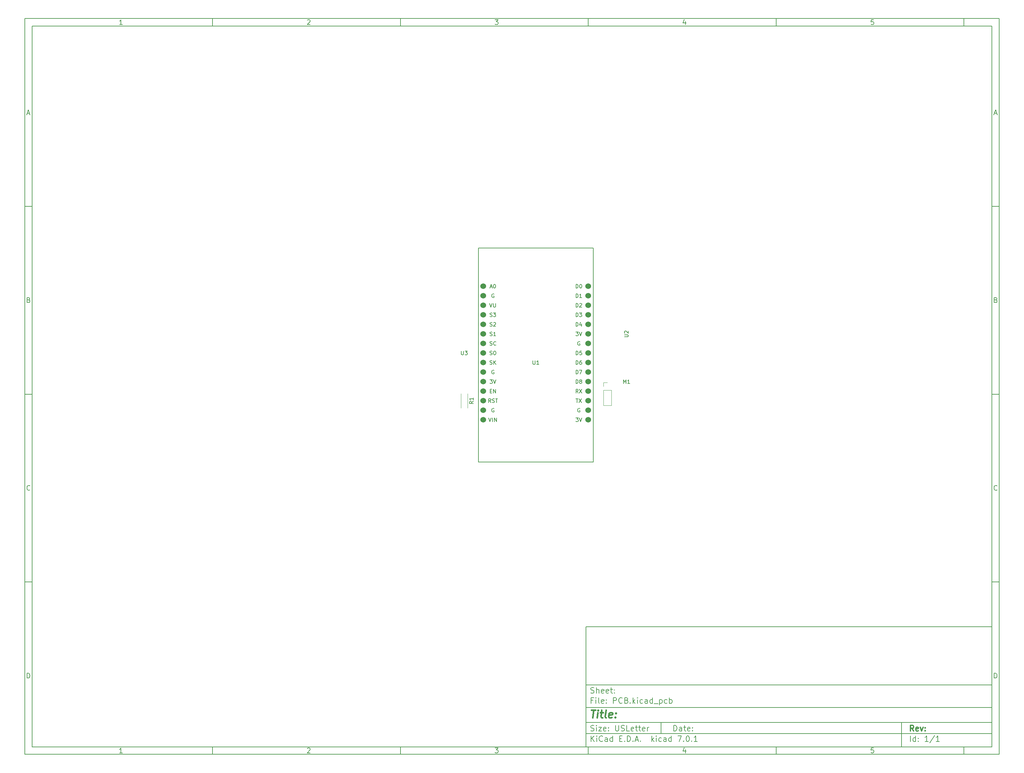
<source format=gbr>
%TF.GenerationSoftware,KiCad,Pcbnew,7.0.1*%
%TF.CreationDate,2023-11-13T23:43:34-05:00*%
%TF.ProjectId,PCB,5043422e-6b69-4636-9164-5f7063625858,rev?*%
%TF.SameCoordinates,Original*%
%TF.FileFunction,Legend,Top*%
%TF.FilePolarity,Positive*%
%FSLAX46Y46*%
G04 Gerber Fmt 4.6, Leading zero omitted, Abs format (unit mm)*
G04 Created by KiCad (PCBNEW 7.0.1) date 2023-11-13 23:43:34*
%MOMM*%
%LPD*%
G01*
G04 APERTURE LIST*
%ADD10C,0.100000*%
%ADD11C,0.150000*%
%ADD12C,0.300000*%
%ADD13C,0.400000*%
%ADD14C,0.120000*%
%ADD15C,1.524000*%
G04 APERTURE END LIST*
D10*
D11*
X159400000Y-171900000D02*
X267400000Y-171900000D01*
X267400000Y-203900000D01*
X159400000Y-203900000D01*
X159400000Y-171900000D01*
D10*
D11*
X10000000Y-10000000D02*
X269400000Y-10000000D01*
X269400000Y-205900000D01*
X10000000Y-205900000D01*
X10000000Y-10000000D01*
D10*
D11*
X12000000Y-12000000D02*
X267400000Y-12000000D01*
X267400000Y-203900000D01*
X12000000Y-203900000D01*
X12000000Y-12000000D01*
D10*
D11*
X60000000Y-12000000D02*
X60000000Y-10000000D01*
D10*
D11*
X110000000Y-12000000D02*
X110000000Y-10000000D01*
D10*
D11*
X160000000Y-12000000D02*
X160000000Y-10000000D01*
D10*
D11*
X210000000Y-12000000D02*
X210000000Y-10000000D01*
D10*
D11*
X260000000Y-12000000D02*
X260000000Y-10000000D01*
D10*
D11*
X35990476Y-11601404D02*
X35247619Y-11601404D01*
X35619047Y-11601404D02*
X35619047Y-10301404D01*
X35619047Y-10301404D02*
X35495238Y-10487119D01*
X35495238Y-10487119D02*
X35371428Y-10610928D01*
X35371428Y-10610928D02*
X35247619Y-10672833D01*
D10*
D11*
X85247619Y-10425214D02*
X85309523Y-10363309D01*
X85309523Y-10363309D02*
X85433333Y-10301404D01*
X85433333Y-10301404D02*
X85742857Y-10301404D01*
X85742857Y-10301404D02*
X85866666Y-10363309D01*
X85866666Y-10363309D02*
X85928571Y-10425214D01*
X85928571Y-10425214D02*
X85990476Y-10549023D01*
X85990476Y-10549023D02*
X85990476Y-10672833D01*
X85990476Y-10672833D02*
X85928571Y-10858547D01*
X85928571Y-10858547D02*
X85185714Y-11601404D01*
X85185714Y-11601404D02*
X85990476Y-11601404D01*
D10*
D11*
X135185714Y-10301404D02*
X135990476Y-10301404D01*
X135990476Y-10301404D02*
X135557142Y-10796642D01*
X135557142Y-10796642D02*
X135742857Y-10796642D01*
X135742857Y-10796642D02*
X135866666Y-10858547D01*
X135866666Y-10858547D02*
X135928571Y-10920452D01*
X135928571Y-10920452D02*
X135990476Y-11044261D01*
X135990476Y-11044261D02*
X135990476Y-11353785D01*
X135990476Y-11353785D02*
X135928571Y-11477595D01*
X135928571Y-11477595D02*
X135866666Y-11539500D01*
X135866666Y-11539500D02*
X135742857Y-11601404D01*
X135742857Y-11601404D02*
X135371428Y-11601404D01*
X135371428Y-11601404D02*
X135247619Y-11539500D01*
X135247619Y-11539500D02*
X135185714Y-11477595D01*
D10*
D11*
X185866666Y-10734738D02*
X185866666Y-11601404D01*
X185557142Y-10239500D02*
X185247619Y-11168071D01*
X185247619Y-11168071D02*
X186052380Y-11168071D01*
D10*
D11*
X235928571Y-10301404D02*
X235309523Y-10301404D01*
X235309523Y-10301404D02*
X235247619Y-10920452D01*
X235247619Y-10920452D02*
X235309523Y-10858547D01*
X235309523Y-10858547D02*
X235433333Y-10796642D01*
X235433333Y-10796642D02*
X235742857Y-10796642D01*
X235742857Y-10796642D02*
X235866666Y-10858547D01*
X235866666Y-10858547D02*
X235928571Y-10920452D01*
X235928571Y-10920452D02*
X235990476Y-11044261D01*
X235990476Y-11044261D02*
X235990476Y-11353785D01*
X235990476Y-11353785D02*
X235928571Y-11477595D01*
X235928571Y-11477595D02*
X235866666Y-11539500D01*
X235866666Y-11539500D02*
X235742857Y-11601404D01*
X235742857Y-11601404D02*
X235433333Y-11601404D01*
X235433333Y-11601404D02*
X235309523Y-11539500D01*
X235309523Y-11539500D02*
X235247619Y-11477595D01*
D10*
D11*
X60000000Y-203900000D02*
X60000000Y-205900000D01*
D10*
D11*
X110000000Y-203900000D02*
X110000000Y-205900000D01*
D10*
D11*
X160000000Y-203900000D02*
X160000000Y-205900000D01*
D10*
D11*
X210000000Y-203900000D02*
X210000000Y-205900000D01*
D10*
D11*
X260000000Y-203900000D02*
X260000000Y-205900000D01*
D10*
D11*
X35990476Y-205501404D02*
X35247619Y-205501404D01*
X35619047Y-205501404D02*
X35619047Y-204201404D01*
X35619047Y-204201404D02*
X35495238Y-204387119D01*
X35495238Y-204387119D02*
X35371428Y-204510928D01*
X35371428Y-204510928D02*
X35247619Y-204572833D01*
D10*
D11*
X85247619Y-204325214D02*
X85309523Y-204263309D01*
X85309523Y-204263309D02*
X85433333Y-204201404D01*
X85433333Y-204201404D02*
X85742857Y-204201404D01*
X85742857Y-204201404D02*
X85866666Y-204263309D01*
X85866666Y-204263309D02*
X85928571Y-204325214D01*
X85928571Y-204325214D02*
X85990476Y-204449023D01*
X85990476Y-204449023D02*
X85990476Y-204572833D01*
X85990476Y-204572833D02*
X85928571Y-204758547D01*
X85928571Y-204758547D02*
X85185714Y-205501404D01*
X85185714Y-205501404D02*
X85990476Y-205501404D01*
D10*
D11*
X135185714Y-204201404D02*
X135990476Y-204201404D01*
X135990476Y-204201404D02*
X135557142Y-204696642D01*
X135557142Y-204696642D02*
X135742857Y-204696642D01*
X135742857Y-204696642D02*
X135866666Y-204758547D01*
X135866666Y-204758547D02*
X135928571Y-204820452D01*
X135928571Y-204820452D02*
X135990476Y-204944261D01*
X135990476Y-204944261D02*
X135990476Y-205253785D01*
X135990476Y-205253785D02*
X135928571Y-205377595D01*
X135928571Y-205377595D02*
X135866666Y-205439500D01*
X135866666Y-205439500D02*
X135742857Y-205501404D01*
X135742857Y-205501404D02*
X135371428Y-205501404D01*
X135371428Y-205501404D02*
X135247619Y-205439500D01*
X135247619Y-205439500D02*
X135185714Y-205377595D01*
D10*
D11*
X185866666Y-204634738D02*
X185866666Y-205501404D01*
X185557142Y-204139500D02*
X185247619Y-205068071D01*
X185247619Y-205068071D02*
X186052380Y-205068071D01*
D10*
D11*
X235928571Y-204201404D02*
X235309523Y-204201404D01*
X235309523Y-204201404D02*
X235247619Y-204820452D01*
X235247619Y-204820452D02*
X235309523Y-204758547D01*
X235309523Y-204758547D02*
X235433333Y-204696642D01*
X235433333Y-204696642D02*
X235742857Y-204696642D01*
X235742857Y-204696642D02*
X235866666Y-204758547D01*
X235866666Y-204758547D02*
X235928571Y-204820452D01*
X235928571Y-204820452D02*
X235990476Y-204944261D01*
X235990476Y-204944261D02*
X235990476Y-205253785D01*
X235990476Y-205253785D02*
X235928571Y-205377595D01*
X235928571Y-205377595D02*
X235866666Y-205439500D01*
X235866666Y-205439500D02*
X235742857Y-205501404D01*
X235742857Y-205501404D02*
X235433333Y-205501404D01*
X235433333Y-205501404D02*
X235309523Y-205439500D01*
X235309523Y-205439500D02*
X235247619Y-205377595D01*
D10*
D11*
X10000000Y-60000000D02*
X12000000Y-60000000D01*
D10*
D11*
X10000000Y-110000000D02*
X12000000Y-110000000D01*
D10*
D11*
X10000000Y-160000000D02*
X12000000Y-160000000D01*
D10*
D11*
X10690476Y-35229976D02*
X11309523Y-35229976D01*
X10566666Y-35601404D02*
X10999999Y-34301404D01*
X10999999Y-34301404D02*
X11433333Y-35601404D01*
D10*
D11*
X11092857Y-84920452D02*
X11278571Y-84982357D01*
X11278571Y-84982357D02*
X11340476Y-85044261D01*
X11340476Y-85044261D02*
X11402380Y-85168071D01*
X11402380Y-85168071D02*
X11402380Y-85353785D01*
X11402380Y-85353785D02*
X11340476Y-85477595D01*
X11340476Y-85477595D02*
X11278571Y-85539500D01*
X11278571Y-85539500D02*
X11154761Y-85601404D01*
X11154761Y-85601404D02*
X10659523Y-85601404D01*
X10659523Y-85601404D02*
X10659523Y-84301404D01*
X10659523Y-84301404D02*
X11092857Y-84301404D01*
X11092857Y-84301404D02*
X11216666Y-84363309D01*
X11216666Y-84363309D02*
X11278571Y-84425214D01*
X11278571Y-84425214D02*
X11340476Y-84549023D01*
X11340476Y-84549023D02*
X11340476Y-84672833D01*
X11340476Y-84672833D02*
X11278571Y-84796642D01*
X11278571Y-84796642D02*
X11216666Y-84858547D01*
X11216666Y-84858547D02*
X11092857Y-84920452D01*
X11092857Y-84920452D02*
X10659523Y-84920452D01*
D10*
D11*
X11402380Y-135477595D02*
X11340476Y-135539500D01*
X11340476Y-135539500D02*
X11154761Y-135601404D01*
X11154761Y-135601404D02*
X11030952Y-135601404D01*
X11030952Y-135601404D02*
X10845238Y-135539500D01*
X10845238Y-135539500D02*
X10721428Y-135415690D01*
X10721428Y-135415690D02*
X10659523Y-135291880D01*
X10659523Y-135291880D02*
X10597619Y-135044261D01*
X10597619Y-135044261D02*
X10597619Y-134858547D01*
X10597619Y-134858547D02*
X10659523Y-134610928D01*
X10659523Y-134610928D02*
X10721428Y-134487119D01*
X10721428Y-134487119D02*
X10845238Y-134363309D01*
X10845238Y-134363309D02*
X11030952Y-134301404D01*
X11030952Y-134301404D02*
X11154761Y-134301404D01*
X11154761Y-134301404D02*
X11340476Y-134363309D01*
X11340476Y-134363309D02*
X11402380Y-134425214D01*
D10*
D11*
X10659523Y-185601404D02*
X10659523Y-184301404D01*
X10659523Y-184301404D02*
X10969047Y-184301404D01*
X10969047Y-184301404D02*
X11154761Y-184363309D01*
X11154761Y-184363309D02*
X11278571Y-184487119D01*
X11278571Y-184487119D02*
X11340476Y-184610928D01*
X11340476Y-184610928D02*
X11402380Y-184858547D01*
X11402380Y-184858547D02*
X11402380Y-185044261D01*
X11402380Y-185044261D02*
X11340476Y-185291880D01*
X11340476Y-185291880D02*
X11278571Y-185415690D01*
X11278571Y-185415690D02*
X11154761Y-185539500D01*
X11154761Y-185539500D02*
X10969047Y-185601404D01*
X10969047Y-185601404D02*
X10659523Y-185601404D01*
D10*
D11*
X269400000Y-60000000D02*
X267400000Y-60000000D01*
D10*
D11*
X269400000Y-110000000D02*
X267400000Y-110000000D01*
D10*
D11*
X269400000Y-160000000D02*
X267400000Y-160000000D01*
D10*
D11*
X268090476Y-35229976D02*
X268709523Y-35229976D01*
X267966666Y-35601404D02*
X268399999Y-34301404D01*
X268399999Y-34301404D02*
X268833333Y-35601404D01*
D10*
D11*
X268492857Y-84920452D02*
X268678571Y-84982357D01*
X268678571Y-84982357D02*
X268740476Y-85044261D01*
X268740476Y-85044261D02*
X268802380Y-85168071D01*
X268802380Y-85168071D02*
X268802380Y-85353785D01*
X268802380Y-85353785D02*
X268740476Y-85477595D01*
X268740476Y-85477595D02*
X268678571Y-85539500D01*
X268678571Y-85539500D02*
X268554761Y-85601404D01*
X268554761Y-85601404D02*
X268059523Y-85601404D01*
X268059523Y-85601404D02*
X268059523Y-84301404D01*
X268059523Y-84301404D02*
X268492857Y-84301404D01*
X268492857Y-84301404D02*
X268616666Y-84363309D01*
X268616666Y-84363309D02*
X268678571Y-84425214D01*
X268678571Y-84425214D02*
X268740476Y-84549023D01*
X268740476Y-84549023D02*
X268740476Y-84672833D01*
X268740476Y-84672833D02*
X268678571Y-84796642D01*
X268678571Y-84796642D02*
X268616666Y-84858547D01*
X268616666Y-84858547D02*
X268492857Y-84920452D01*
X268492857Y-84920452D02*
X268059523Y-84920452D01*
D10*
D11*
X268802380Y-135477595D02*
X268740476Y-135539500D01*
X268740476Y-135539500D02*
X268554761Y-135601404D01*
X268554761Y-135601404D02*
X268430952Y-135601404D01*
X268430952Y-135601404D02*
X268245238Y-135539500D01*
X268245238Y-135539500D02*
X268121428Y-135415690D01*
X268121428Y-135415690D02*
X268059523Y-135291880D01*
X268059523Y-135291880D02*
X267997619Y-135044261D01*
X267997619Y-135044261D02*
X267997619Y-134858547D01*
X267997619Y-134858547D02*
X268059523Y-134610928D01*
X268059523Y-134610928D02*
X268121428Y-134487119D01*
X268121428Y-134487119D02*
X268245238Y-134363309D01*
X268245238Y-134363309D02*
X268430952Y-134301404D01*
X268430952Y-134301404D02*
X268554761Y-134301404D01*
X268554761Y-134301404D02*
X268740476Y-134363309D01*
X268740476Y-134363309D02*
X268802380Y-134425214D01*
D10*
D11*
X268059523Y-185601404D02*
X268059523Y-184301404D01*
X268059523Y-184301404D02*
X268369047Y-184301404D01*
X268369047Y-184301404D02*
X268554761Y-184363309D01*
X268554761Y-184363309D02*
X268678571Y-184487119D01*
X268678571Y-184487119D02*
X268740476Y-184610928D01*
X268740476Y-184610928D02*
X268802380Y-184858547D01*
X268802380Y-184858547D02*
X268802380Y-185044261D01*
X268802380Y-185044261D02*
X268740476Y-185291880D01*
X268740476Y-185291880D02*
X268678571Y-185415690D01*
X268678571Y-185415690D02*
X268554761Y-185539500D01*
X268554761Y-185539500D02*
X268369047Y-185601404D01*
X268369047Y-185601404D02*
X268059523Y-185601404D01*
D10*
D11*
X182757142Y-199693928D02*
X182757142Y-198193928D01*
X182757142Y-198193928D02*
X183114285Y-198193928D01*
X183114285Y-198193928D02*
X183328571Y-198265357D01*
X183328571Y-198265357D02*
X183471428Y-198408214D01*
X183471428Y-198408214D02*
X183542857Y-198551071D01*
X183542857Y-198551071D02*
X183614285Y-198836785D01*
X183614285Y-198836785D02*
X183614285Y-199051071D01*
X183614285Y-199051071D02*
X183542857Y-199336785D01*
X183542857Y-199336785D02*
X183471428Y-199479642D01*
X183471428Y-199479642D02*
X183328571Y-199622500D01*
X183328571Y-199622500D02*
X183114285Y-199693928D01*
X183114285Y-199693928D02*
X182757142Y-199693928D01*
X184900000Y-199693928D02*
X184900000Y-198908214D01*
X184900000Y-198908214D02*
X184828571Y-198765357D01*
X184828571Y-198765357D02*
X184685714Y-198693928D01*
X184685714Y-198693928D02*
X184400000Y-198693928D01*
X184400000Y-198693928D02*
X184257142Y-198765357D01*
X184900000Y-199622500D02*
X184757142Y-199693928D01*
X184757142Y-199693928D02*
X184400000Y-199693928D01*
X184400000Y-199693928D02*
X184257142Y-199622500D01*
X184257142Y-199622500D02*
X184185714Y-199479642D01*
X184185714Y-199479642D02*
X184185714Y-199336785D01*
X184185714Y-199336785D02*
X184257142Y-199193928D01*
X184257142Y-199193928D02*
X184400000Y-199122500D01*
X184400000Y-199122500D02*
X184757142Y-199122500D01*
X184757142Y-199122500D02*
X184900000Y-199051071D01*
X185400000Y-198693928D02*
X185971428Y-198693928D01*
X185614285Y-198193928D02*
X185614285Y-199479642D01*
X185614285Y-199479642D02*
X185685714Y-199622500D01*
X185685714Y-199622500D02*
X185828571Y-199693928D01*
X185828571Y-199693928D02*
X185971428Y-199693928D01*
X187042857Y-199622500D02*
X186900000Y-199693928D01*
X186900000Y-199693928D02*
X186614286Y-199693928D01*
X186614286Y-199693928D02*
X186471428Y-199622500D01*
X186471428Y-199622500D02*
X186400000Y-199479642D01*
X186400000Y-199479642D02*
X186400000Y-198908214D01*
X186400000Y-198908214D02*
X186471428Y-198765357D01*
X186471428Y-198765357D02*
X186614286Y-198693928D01*
X186614286Y-198693928D02*
X186900000Y-198693928D01*
X186900000Y-198693928D02*
X187042857Y-198765357D01*
X187042857Y-198765357D02*
X187114286Y-198908214D01*
X187114286Y-198908214D02*
X187114286Y-199051071D01*
X187114286Y-199051071D02*
X186400000Y-199193928D01*
X187757142Y-199551071D02*
X187828571Y-199622500D01*
X187828571Y-199622500D02*
X187757142Y-199693928D01*
X187757142Y-199693928D02*
X187685714Y-199622500D01*
X187685714Y-199622500D02*
X187757142Y-199551071D01*
X187757142Y-199551071D02*
X187757142Y-199693928D01*
X187757142Y-198765357D02*
X187828571Y-198836785D01*
X187828571Y-198836785D02*
X187757142Y-198908214D01*
X187757142Y-198908214D02*
X187685714Y-198836785D01*
X187685714Y-198836785D02*
X187757142Y-198765357D01*
X187757142Y-198765357D02*
X187757142Y-198908214D01*
D10*
D11*
X159400000Y-200400000D02*
X267400000Y-200400000D01*
D10*
D11*
X160757142Y-202493928D02*
X160757142Y-200993928D01*
X161614285Y-202493928D02*
X160971428Y-201636785D01*
X161614285Y-200993928D02*
X160757142Y-201851071D01*
X162257142Y-202493928D02*
X162257142Y-201493928D01*
X162257142Y-200993928D02*
X162185714Y-201065357D01*
X162185714Y-201065357D02*
X162257142Y-201136785D01*
X162257142Y-201136785D02*
X162328571Y-201065357D01*
X162328571Y-201065357D02*
X162257142Y-200993928D01*
X162257142Y-200993928D02*
X162257142Y-201136785D01*
X163828571Y-202351071D02*
X163757143Y-202422500D01*
X163757143Y-202422500D02*
X163542857Y-202493928D01*
X163542857Y-202493928D02*
X163400000Y-202493928D01*
X163400000Y-202493928D02*
X163185714Y-202422500D01*
X163185714Y-202422500D02*
X163042857Y-202279642D01*
X163042857Y-202279642D02*
X162971428Y-202136785D01*
X162971428Y-202136785D02*
X162900000Y-201851071D01*
X162900000Y-201851071D02*
X162900000Y-201636785D01*
X162900000Y-201636785D02*
X162971428Y-201351071D01*
X162971428Y-201351071D02*
X163042857Y-201208214D01*
X163042857Y-201208214D02*
X163185714Y-201065357D01*
X163185714Y-201065357D02*
X163400000Y-200993928D01*
X163400000Y-200993928D02*
X163542857Y-200993928D01*
X163542857Y-200993928D02*
X163757143Y-201065357D01*
X163757143Y-201065357D02*
X163828571Y-201136785D01*
X165114286Y-202493928D02*
X165114286Y-201708214D01*
X165114286Y-201708214D02*
X165042857Y-201565357D01*
X165042857Y-201565357D02*
X164900000Y-201493928D01*
X164900000Y-201493928D02*
X164614286Y-201493928D01*
X164614286Y-201493928D02*
X164471428Y-201565357D01*
X165114286Y-202422500D02*
X164971428Y-202493928D01*
X164971428Y-202493928D02*
X164614286Y-202493928D01*
X164614286Y-202493928D02*
X164471428Y-202422500D01*
X164471428Y-202422500D02*
X164400000Y-202279642D01*
X164400000Y-202279642D02*
X164400000Y-202136785D01*
X164400000Y-202136785D02*
X164471428Y-201993928D01*
X164471428Y-201993928D02*
X164614286Y-201922500D01*
X164614286Y-201922500D02*
X164971428Y-201922500D01*
X164971428Y-201922500D02*
X165114286Y-201851071D01*
X166471429Y-202493928D02*
X166471429Y-200993928D01*
X166471429Y-202422500D02*
X166328571Y-202493928D01*
X166328571Y-202493928D02*
X166042857Y-202493928D01*
X166042857Y-202493928D02*
X165900000Y-202422500D01*
X165900000Y-202422500D02*
X165828571Y-202351071D01*
X165828571Y-202351071D02*
X165757143Y-202208214D01*
X165757143Y-202208214D02*
X165757143Y-201779642D01*
X165757143Y-201779642D02*
X165828571Y-201636785D01*
X165828571Y-201636785D02*
X165900000Y-201565357D01*
X165900000Y-201565357D02*
X166042857Y-201493928D01*
X166042857Y-201493928D02*
X166328571Y-201493928D01*
X166328571Y-201493928D02*
X166471429Y-201565357D01*
X168328571Y-201708214D02*
X168828571Y-201708214D01*
X169042857Y-202493928D02*
X168328571Y-202493928D01*
X168328571Y-202493928D02*
X168328571Y-200993928D01*
X168328571Y-200993928D02*
X169042857Y-200993928D01*
X169685714Y-202351071D02*
X169757143Y-202422500D01*
X169757143Y-202422500D02*
X169685714Y-202493928D01*
X169685714Y-202493928D02*
X169614286Y-202422500D01*
X169614286Y-202422500D02*
X169685714Y-202351071D01*
X169685714Y-202351071D02*
X169685714Y-202493928D01*
X170400000Y-202493928D02*
X170400000Y-200993928D01*
X170400000Y-200993928D02*
X170757143Y-200993928D01*
X170757143Y-200993928D02*
X170971429Y-201065357D01*
X170971429Y-201065357D02*
X171114286Y-201208214D01*
X171114286Y-201208214D02*
X171185715Y-201351071D01*
X171185715Y-201351071D02*
X171257143Y-201636785D01*
X171257143Y-201636785D02*
X171257143Y-201851071D01*
X171257143Y-201851071D02*
X171185715Y-202136785D01*
X171185715Y-202136785D02*
X171114286Y-202279642D01*
X171114286Y-202279642D02*
X170971429Y-202422500D01*
X170971429Y-202422500D02*
X170757143Y-202493928D01*
X170757143Y-202493928D02*
X170400000Y-202493928D01*
X171900000Y-202351071D02*
X171971429Y-202422500D01*
X171971429Y-202422500D02*
X171900000Y-202493928D01*
X171900000Y-202493928D02*
X171828572Y-202422500D01*
X171828572Y-202422500D02*
X171900000Y-202351071D01*
X171900000Y-202351071D02*
X171900000Y-202493928D01*
X172542858Y-202065357D02*
X173257144Y-202065357D01*
X172400001Y-202493928D02*
X172900001Y-200993928D01*
X172900001Y-200993928D02*
X173400001Y-202493928D01*
X173900000Y-202351071D02*
X173971429Y-202422500D01*
X173971429Y-202422500D02*
X173900000Y-202493928D01*
X173900000Y-202493928D02*
X173828572Y-202422500D01*
X173828572Y-202422500D02*
X173900000Y-202351071D01*
X173900000Y-202351071D02*
X173900000Y-202493928D01*
X176900000Y-202493928D02*
X176900000Y-200993928D01*
X177042858Y-201922500D02*
X177471429Y-202493928D01*
X177471429Y-201493928D02*
X176900000Y-202065357D01*
X178114286Y-202493928D02*
X178114286Y-201493928D01*
X178114286Y-200993928D02*
X178042858Y-201065357D01*
X178042858Y-201065357D02*
X178114286Y-201136785D01*
X178114286Y-201136785D02*
X178185715Y-201065357D01*
X178185715Y-201065357D02*
X178114286Y-200993928D01*
X178114286Y-200993928D02*
X178114286Y-201136785D01*
X179471430Y-202422500D02*
X179328572Y-202493928D01*
X179328572Y-202493928D02*
X179042858Y-202493928D01*
X179042858Y-202493928D02*
X178900001Y-202422500D01*
X178900001Y-202422500D02*
X178828572Y-202351071D01*
X178828572Y-202351071D02*
X178757144Y-202208214D01*
X178757144Y-202208214D02*
X178757144Y-201779642D01*
X178757144Y-201779642D02*
X178828572Y-201636785D01*
X178828572Y-201636785D02*
X178900001Y-201565357D01*
X178900001Y-201565357D02*
X179042858Y-201493928D01*
X179042858Y-201493928D02*
X179328572Y-201493928D01*
X179328572Y-201493928D02*
X179471430Y-201565357D01*
X180757144Y-202493928D02*
X180757144Y-201708214D01*
X180757144Y-201708214D02*
X180685715Y-201565357D01*
X180685715Y-201565357D02*
X180542858Y-201493928D01*
X180542858Y-201493928D02*
X180257144Y-201493928D01*
X180257144Y-201493928D02*
X180114286Y-201565357D01*
X180757144Y-202422500D02*
X180614286Y-202493928D01*
X180614286Y-202493928D02*
X180257144Y-202493928D01*
X180257144Y-202493928D02*
X180114286Y-202422500D01*
X180114286Y-202422500D02*
X180042858Y-202279642D01*
X180042858Y-202279642D02*
X180042858Y-202136785D01*
X180042858Y-202136785D02*
X180114286Y-201993928D01*
X180114286Y-201993928D02*
X180257144Y-201922500D01*
X180257144Y-201922500D02*
X180614286Y-201922500D01*
X180614286Y-201922500D02*
X180757144Y-201851071D01*
X182114287Y-202493928D02*
X182114287Y-200993928D01*
X182114287Y-202422500D02*
X181971429Y-202493928D01*
X181971429Y-202493928D02*
X181685715Y-202493928D01*
X181685715Y-202493928D02*
X181542858Y-202422500D01*
X181542858Y-202422500D02*
X181471429Y-202351071D01*
X181471429Y-202351071D02*
X181400001Y-202208214D01*
X181400001Y-202208214D02*
X181400001Y-201779642D01*
X181400001Y-201779642D02*
X181471429Y-201636785D01*
X181471429Y-201636785D02*
X181542858Y-201565357D01*
X181542858Y-201565357D02*
X181685715Y-201493928D01*
X181685715Y-201493928D02*
X181971429Y-201493928D01*
X181971429Y-201493928D02*
X182114287Y-201565357D01*
X183828572Y-200993928D02*
X184828572Y-200993928D01*
X184828572Y-200993928D02*
X184185715Y-202493928D01*
X185400000Y-202351071D02*
X185471429Y-202422500D01*
X185471429Y-202422500D02*
X185400000Y-202493928D01*
X185400000Y-202493928D02*
X185328572Y-202422500D01*
X185328572Y-202422500D02*
X185400000Y-202351071D01*
X185400000Y-202351071D02*
X185400000Y-202493928D01*
X186400001Y-200993928D02*
X186542858Y-200993928D01*
X186542858Y-200993928D02*
X186685715Y-201065357D01*
X186685715Y-201065357D02*
X186757144Y-201136785D01*
X186757144Y-201136785D02*
X186828572Y-201279642D01*
X186828572Y-201279642D02*
X186900001Y-201565357D01*
X186900001Y-201565357D02*
X186900001Y-201922500D01*
X186900001Y-201922500D02*
X186828572Y-202208214D01*
X186828572Y-202208214D02*
X186757144Y-202351071D01*
X186757144Y-202351071D02*
X186685715Y-202422500D01*
X186685715Y-202422500D02*
X186542858Y-202493928D01*
X186542858Y-202493928D02*
X186400001Y-202493928D01*
X186400001Y-202493928D02*
X186257144Y-202422500D01*
X186257144Y-202422500D02*
X186185715Y-202351071D01*
X186185715Y-202351071D02*
X186114286Y-202208214D01*
X186114286Y-202208214D02*
X186042858Y-201922500D01*
X186042858Y-201922500D02*
X186042858Y-201565357D01*
X186042858Y-201565357D02*
X186114286Y-201279642D01*
X186114286Y-201279642D02*
X186185715Y-201136785D01*
X186185715Y-201136785D02*
X186257144Y-201065357D01*
X186257144Y-201065357D02*
X186400001Y-200993928D01*
X187542857Y-202351071D02*
X187614286Y-202422500D01*
X187614286Y-202422500D02*
X187542857Y-202493928D01*
X187542857Y-202493928D02*
X187471429Y-202422500D01*
X187471429Y-202422500D02*
X187542857Y-202351071D01*
X187542857Y-202351071D02*
X187542857Y-202493928D01*
X189042858Y-202493928D02*
X188185715Y-202493928D01*
X188614286Y-202493928D02*
X188614286Y-200993928D01*
X188614286Y-200993928D02*
X188471429Y-201208214D01*
X188471429Y-201208214D02*
X188328572Y-201351071D01*
X188328572Y-201351071D02*
X188185715Y-201422500D01*
D10*
D11*
X159400000Y-197400000D02*
X267400000Y-197400000D01*
D10*
D12*
X246614285Y-199693928D02*
X246114285Y-198979642D01*
X245757142Y-199693928D02*
X245757142Y-198193928D01*
X245757142Y-198193928D02*
X246328571Y-198193928D01*
X246328571Y-198193928D02*
X246471428Y-198265357D01*
X246471428Y-198265357D02*
X246542857Y-198336785D01*
X246542857Y-198336785D02*
X246614285Y-198479642D01*
X246614285Y-198479642D02*
X246614285Y-198693928D01*
X246614285Y-198693928D02*
X246542857Y-198836785D01*
X246542857Y-198836785D02*
X246471428Y-198908214D01*
X246471428Y-198908214D02*
X246328571Y-198979642D01*
X246328571Y-198979642D02*
X245757142Y-198979642D01*
X247828571Y-199622500D02*
X247685714Y-199693928D01*
X247685714Y-199693928D02*
X247400000Y-199693928D01*
X247400000Y-199693928D02*
X247257142Y-199622500D01*
X247257142Y-199622500D02*
X247185714Y-199479642D01*
X247185714Y-199479642D02*
X247185714Y-198908214D01*
X247185714Y-198908214D02*
X247257142Y-198765357D01*
X247257142Y-198765357D02*
X247400000Y-198693928D01*
X247400000Y-198693928D02*
X247685714Y-198693928D01*
X247685714Y-198693928D02*
X247828571Y-198765357D01*
X247828571Y-198765357D02*
X247900000Y-198908214D01*
X247900000Y-198908214D02*
X247900000Y-199051071D01*
X247900000Y-199051071D02*
X247185714Y-199193928D01*
X248399999Y-198693928D02*
X248757142Y-199693928D01*
X248757142Y-199693928D02*
X249114285Y-198693928D01*
X249685713Y-199551071D02*
X249757142Y-199622500D01*
X249757142Y-199622500D02*
X249685713Y-199693928D01*
X249685713Y-199693928D02*
X249614285Y-199622500D01*
X249614285Y-199622500D02*
X249685713Y-199551071D01*
X249685713Y-199551071D02*
X249685713Y-199693928D01*
X249685713Y-198765357D02*
X249757142Y-198836785D01*
X249757142Y-198836785D02*
X249685713Y-198908214D01*
X249685713Y-198908214D02*
X249614285Y-198836785D01*
X249614285Y-198836785D02*
X249685713Y-198765357D01*
X249685713Y-198765357D02*
X249685713Y-198908214D01*
D10*
D11*
X160685714Y-199622500D02*
X160900000Y-199693928D01*
X160900000Y-199693928D02*
X161257142Y-199693928D01*
X161257142Y-199693928D02*
X161400000Y-199622500D01*
X161400000Y-199622500D02*
X161471428Y-199551071D01*
X161471428Y-199551071D02*
X161542857Y-199408214D01*
X161542857Y-199408214D02*
X161542857Y-199265357D01*
X161542857Y-199265357D02*
X161471428Y-199122500D01*
X161471428Y-199122500D02*
X161400000Y-199051071D01*
X161400000Y-199051071D02*
X161257142Y-198979642D01*
X161257142Y-198979642D02*
X160971428Y-198908214D01*
X160971428Y-198908214D02*
X160828571Y-198836785D01*
X160828571Y-198836785D02*
X160757142Y-198765357D01*
X160757142Y-198765357D02*
X160685714Y-198622500D01*
X160685714Y-198622500D02*
X160685714Y-198479642D01*
X160685714Y-198479642D02*
X160757142Y-198336785D01*
X160757142Y-198336785D02*
X160828571Y-198265357D01*
X160828571Y-198265357D02*
X160971428Y-198193928D01*
X160971428Y-198193928D02*
X161328571Y-198193928D01*
X161328571Y-198193928D02*
X161542857Y-198265357D01*
X162185713Y-199693928D02*
X162185713Y-198693928D01*
X162185713Y-198193928D02*
X162114285Y-198265357D01*
X162114285Y-198265357D02*
X162185713Y-198336785D01*
X162185713Y-198336785D02*
X162257142Y-198265357D01*
X162257142Y-198265357D02*
X162185713Y-198193928D01*
X162185713Y-198193928D02*
X162185713Y-198336785D01*
X162757142Y-198693928D02*
X163542857Y-198693928D01*
X163542857Y-198693928D02*
X162757142Y-199693928D01*
X162757142Y-199693928D02*
X163542857Y-199693928D01*
X164685714Y-199622500D02*
X164542857Y-199693928D01*
X164542857Y-199693928D02*
X164257143Y-199693928D01*
X164257143Y-199693928D02*
X164114285Y-199622500D01*
X164114285Y-199622500D02*
X164042857Y-199479642D01*
X164042857Y-199479642D02*
X164042857Y-198908214D01*
X164042857Y-198908214D02*
X164114285Y-198765357D01*
X164114285Y-198765357D02*
X164257143Y-198693928D01*
X164257143Y-198693928D02*
X164542857Y-198693928D01*
X164542857Y-198693928D02*
X164685714Y-198765357D01*
X164685714Y-198765357D02*
X164757143Y-198908214D01*
X164757143Y-198908214D02*
X164757143Y-199051071D01*
X164757143Y-199051071D02*
X164042857Y-199193928D01*
X165399999Y-199551071D02*
X165471428Y-199622500D01*
X165471428Y-199622500D02*
X165399999Y-199693928D01*
X165399999Y-199693928D02*
X165328571Y-199622500D01*
X165328571Y-199622500D02*
X165399999Y-199551071D01*
X165399999Y-199551071D02*
X165399999Y-199693928D01*
X165399999Y-198765357D02*
X165471428Y-198836785D01*
X165471428Y-198836785D02*
X165399999Y-198908214D01*
X165399999Y-198908214D02*
X165328571Y-198836785D01*
X165328571Y-198836785D02*
X165399999Y-198765357D01*
X165399999Y-198765357D02*
X165399999Y-198908214D01*
X167257142Y-198193928D02*
X167257142Y-199408214D01*
X167257142Y-199408214D02*
X167328571Y-199551071D01*
X167328571Y-199551071D02*
X167400000Y-199622500D01*
X167400000Y-199622500D02*
X167542857Y-199693928D01*
X167542857Y-199693928D02*
X167828571Y-199693928D01*
X167828571Y-199693928D02*
X167971428Y-199622500D01*
X167971428Y-199622500D02*
X168042857Y-199551071D01*
X168042857Y-199551071D02*
X168114285Y-199408214D01*
X168114285Y-199408214D02*
X168114285Y-198193928D01*
X168757143Y-199622500D02*
X168971429Y-199693928D01*
X168971429Y-199693928D02*
X169328571Y-199693928D01*
X169328571Y-199693928D02*
X169471429Y-199622500D01*
X169471429Y-199622500D02*
X169542857Y-199551071D01*
X169542857Y-199551071D02*
X169614286Y-199408214D01*
X169614286Y-199408214D02*
X169614286Y-199265357D01*
X169614286Y-199265357D02*
X169542857Y-199122500D01*
X169542857Y-199122500D02*
X169471429Y-199051071D01*
X169471429Y-199051071D02*
X169328571Y-198979642D01*
X169328571Y-198979642D02*
X169042857Y-198908214D01*
X169042857Y-198908214D02*
X168900000Y-198836785D01*
X168900000Y-198836785D02*
X168828571Y-198765357D01*
X168828571Y-198765357D02*
X168757143Y-198622500D01*
X168757143Y-198622500D02*
X168757143Y-198479642D01*
X168757143Y-198479642D02*
X168828571Y-198336785D01*
X168828571Y-198336785D02*
X168900000Y-198265357D01*
X168900000Y-198265357D02*
X169042857Y-198193928D01*
X169042857Y-198193928D02*
X169400000Y-198193928D01*
X169400000Y-198193928D02*
X169614286Y-198265357D01*
X170971428Y-199693928D02*
X170257142Y-199693928D01*
X170257142Y-199693928D02*
X170257142Y-198193928D01*
X172042857Y-199622500D02*
X171900000Y-199693928D01*
X171900000Y-199693928D02*
X171614286Y-199693928D01*
X171614286Y-199693928D02*
X171471428Y-199622500D01*
X171471428Y-199622500D02*
X171400000Y-199479642D01*
X171400000Y-199479642D02*
X171400000Y-198908214D01*
X171400000Y-198908214D02*
X171471428Y-198765357D01*
X171471428Y-198765357D02*
X171614286Y-198693928D01*
X171614286Y-198693928D02*
X171900000Y-198693928D01*
X171900000Y-198693928D02*
X172042857Y-198765357D01*
X172042857Y-198765357D02*
X172114286Y-198908214D01*
X172114286Y-198908214D02*
X172114286Y-199051071D01*
X172114286Y-199051071D02*
X171400000Y-199193928D01*
X172542857Y-198693928D02*
X173114285Y-198693928D01*
X172757142Y-198193928D02*
X172757142Y-199479642D01*
X172757142Y-199479642D02*
X172828571Y-199622500D01*
X172828571Y-199622500D02*
X172971428Y-199693928D01*
X172971428Y-199693928D02*
X173114285Y-199693928D01*
X173400000Y-198693928D02*
X173971428Y-198693928D01*
X173614285Y-198193928D02*
X173614285Y-199479642D01*
X173614285Y-199479642D02*
X173685714Y-199622500D01*
X173685714Y-199622500D02*
X173828571Y-199693928D01*
X173828571Y-199693928D02*
X173971428Y-199693928D01*
X175042857Y-199622500D02*
X174900000Y-199693928D01*
X174900000Y-199693928D02*
X174614286Y-199693928D01*
X174614286Y-199693928D02*
X174471428Y-199622500D01*
X174471428Y-199622500D02*
X174400000Y-199479642D01*
X174400000Y-199479642D02*
X174400000Y-198908214D01*
X174400000Y-198908214D02*
X174471428Y-198765357D01*
X174471428Y-198765357D02*
X174614286Y-198693928D01*
X174614286Y-198693928D02*
X174900000Y-198693928D01*
X174900000Y-198693928D02*
X175042857Y-198765357D01*
X175042857Y-198765357D02*
X175114286Y-198908214D01*
X175114286Y-198908214D02*
X175114286Y-199051071D01*
X175114286Y-199051071D02*
X174400000Y-199193928D01*
X175757142Y-199693928D02*
X175757142Y-198693928D01*
X175757142Y-198979642D02*
X175828571Y-198836785D01*
X175828571Y-198836785D02*
X175900000Y-198765357D01*
X175900000Y-198765357D02*
X176042857Y-198693928D01*
X176042857Y-198693928D02*
X176185714Y-198693928D01*
D10*
D11*
X245757142Y-202493928D02*
X245757142Y-200993928D01*
X247114286Y-202493928D02*
X247114286Y-200993928D01*
X247114286Y-202422500D02*
X246971428Y-202493928D01*
X246971428Y-202493928D02*
X246685714Y-202493928D01*
X246685714Y-202493928D02*
X246542857Y-202422500D01*
X246542857Y-202422500D02*
X246471428Y-202351071D01*
X246471428Y-202351071D02*
X246400000Y-202208214D01*
X246400000Y-202208214D02*
X246400000Y-201779642D01*
X246400000Y-201779642D02*
X246471428Y-201636785D01*
X246471428Y-201636785D02*
X246542857Y-201565357D01*
X246542857Y-201565357D02*
X246685714Y-201493928D01*
X246685714Y-201493928D02*
X246971428Y-201493928D01*
X246971428Y-201493928D02*
X247114286Y-201565357D01*
X247828571Y-202351071D02*
X247900000Y-202422500D01*
X247900000Y-202422500D02*
X247828571Y-202493928D01*
X247828571Y-202493928D02*
X247757143Y-202422500D01*
X247757143Y-202422500D02*
X247828571Y-202351071D01*
X247828571Y-202351071D02*
X247828571Y-202493928D01*
X247828571Y-201565357D02*
X247900000Y-201636785D01*
X247900000Y-201636785D02*
X247828571Y-201708214D01*
X247828571Y-201708214D02*
X247757143Y-201636785D01*
X247757143Y-201636785D02*
X247828571Y-201565357D01*
X247828571Y-201565357D02*
X247828571Y-201708214D01*
X250471429Y-202493928D02*
X249614286Y-202493928D01*
X250042857Y-202493928D02*
X250042857Y-200993928D01*
X250042857Y-200993928D02*
X249900000Y-201208214D01*
X249900000Y-201208214D02*
X249757143Y-201351071D01*
X249757143Y-201351071D02*
X249614286Y-201422500D01*
X252185714Y-200922500D02*
X250900000Y-202851071D01*
X253471429Y-202493928D02*
X252614286Y-202493928D01*
X253042857Y-202493928D02*
X253042857Y-200993928D01*
X253042857Y-200993928D02*
X252900000Y-201208214D01*
X252900000Y-201208214D02*
X252757143Y-201351071D01*
X252757143Y-201351071D02*
X252614286Y-201422500D01*
D10*
D11*
X159400000Y-193400000D02*
X267400000Y-193400000D01*
D10*
D13*
X160828571Y-194125238D02*
X161971428Y-194125238D01*
X161150000Y-196125238D02*
X161400000Y-194125238D01*
X162376190Y-196125238D02*
X162542857Y-194791904D01*
X162626190Y-194125238D02*
X162519047Y-194220476D01*
X162519047Y-194220476D02*
X162602381Y-194315714D01*
X162602381Y-194315714D02*
X162709524Y-194220476D01*
X162709524Y-194220476D02*
X162626190Y-194125238D01*
X162626190Y-194125238D02*
X162602381Y-194315714D01*
X163197619Y-194791904D02*
X163959523Y-194791904D01*
X163566666Y-194125238D02*
X163352381Y-195839523D01*
X163352381Y-195839523D02*
X163423809Y-196030000D01*
X163423809Y-196030000D02*
X163602381Y-196125238D01*
X163602381Y-196125238D02*
X163792857Y-196125238D01*
X164733333Y-196125238D02*
X164554761Y-196030000D01*
X164554761Y-196030000D02*
X164483333Y-195839523D01*
X164483333Y-195839523D02*
X164697618Y-194125238D01*
X166257142Y-196030000D02*
X166054761Y-196125238D01*
X166054761Y-196125238D02*
X165673808Y-196125238D01*
X165673808Y-196125238D02*
X165495237Y-196030000D01*
X165495237Y-196030000D02*
X165423808Y-195839523D01*
X165423808Y-195839523D02*
X165519047Y-195077619D01*
X165519047Y-195077619D02*
X165638094Y-194887142D01*
X165638094Y-194887142D02*
X165840475Y-194791904D01*
X165840475Y-194791904D02*
X166221427Y-194791904D01*
X166221427Y-194791904D02*
X166399999Y-194887142D01*
X166399999Y-194887142D02*
X166471427Y-195077619D01*
X166471427Y-195077619D02*
X166447618Y-195268095D01*
X166447618Y-195268095D02*
X165471427Y-195458571D01*
X167209523Y-195934761D02*
X167292856Y-196030000D01*
X167292856Y-196030000D02*
X167185713Y-196125238D01*
X167185713Y-196125238D02*
X167102380Y-196030000D01*
X167102380Y-196030000D02*
X167209523Y-195934761D01*
X167209523Y-195934761D02*
X167185713Y-196125238D01*
X167340475Y-194887142D02*
X167423808Y-194982380D01*
X167423808Y-194982380D02*
X167316666Y-195077619D01*
X167316666Y-195077619D02*
X167233332Y-194982380D01*
X167233332Y-194982380D02*
X167340475Y-194887142D01*
X167340475Y-194887142D02*
X167316666Y-195077619D01*
D10*
D11*
X161257142Y-191508214D02*
X160757142Y-191508214D01*
X160757142Y-192293928D02*
X160757142Y-190793928D01*
X160757142Y-190793928D02*
X161471428Y-190793928D01*
X162042856Y-192293928D02*
X162042856Y-191293928D01*
X162042856Y-190793928D02*
X161971428Y-190865357D01*
X161971428Y-190865357D02*
X162042856Y-190936785D01*
X162042856Y-190936785D02*
X162114285Y-190865357D01*
X162114285Y-190865357D02*
X162042856Y-190793928D01*
X162042856Y-190793928D02*
X162042856Y-190936785D01*
X162971428Y-192293928D02*
X162828571Y-192222500D01*
X162828571Y-192222500D02*
X162757142Y-192079642D01*
X162757142Y-192079642D02*
X162757142Y-190793928D01*
X164114285Y-192222500D02*
X163971428Y-192293928D01*
X163971428Y-192293928D02*
X163685714Y-192293928D01*
X163685714Y-192293928D02*
X163542856Y-192222500D01*
X163542856Y-192222500D02*
X163471428Y-192079642D01*
X163471428Y-192079642D02*
X163471428Y-191508214D01*
X163471428Y-191508214D02*
X163542856Y-191365357D01*
X163542856Y-191365357D02*
X163685714Y-191293928D01*
X163685714Y-191293928D02*
X163971428Y-191293928D01*
X163971428Y-191293928D02*
X164114285Y-191365357D01*
X164114285Y-191365357D02*
X164185714Y-191508214D01*
X164185714Y-191508214D02*
X164185714Y-191651071D01*
X164185714Y-191651071D02*
X163471428Y-191793928D01*
X164828570Y-192151071D02*
X164899999Y-192222500D01*
X164899999Y-192222500D02*
X164828570Y-192293928D01*
X164828570Y-192293928D02*
X164757142Y-192222500D01*
X164757142Y-192222500D02*
X164828570Y-192151071D01*
X164828570Y-192151071D02*
X164828570Y-192293928D01*
X164828570Y-191365357D02*
X164899999Y-191436785D01*
X164899999Y-191436785D02*
X164828570Y-191508214D01*
X164828570Y-191508214D02*
X164757142Y-191436785D01*
X164757142Y-191436785D02*
X164828570Y-191365357D01*
X164828570Y-191365357D02*
X164828570Y-191508214D01*
X166685713Y-192293928D02*
X166685713Y-190793928D01*
X166685713Y-190793928D02*
X167257142Y-190793928D01*
X167257142Y-190793928D02*
X167399999Y-190865357D01*
X167399999Y-190865357D02*
X167471428Y-190936785D01*
X167471428Y-190936785D02*
X167542856Y-191079642D01*
X167542856Y-191079642D02*
X167542856Y-191293928D01*
X167542856Y-191293928D02*
X167471428Y-191436785D01*
X167471428Y-191436785D02*
X167399999Y-191508214D01*
X167399999Y-191508214D02*
X167257142Y-191579642D01*
X167257142Y-191579642D02*
X166685713Y-191579642D01*
X169042856Y-192151071D02*
X168971428Y-192222500D01*
X168971428Y-192222500D02*
X168757142Y-192293928D01*
X168757142Y-192293928D02*
X168614285Y-192293928D01*
X168614285Y-192293928D02*
X168399999Y-192222500D01*
X168399999Y-192222500D02*
X168257142Y-192079642D01*
X168257142Y-192079642D02*
X168185713Y-191936785D01*
X168185713Y-191936785D02*
X168114285Y-191651071D01*
X168114285Y-191651071D02*
X168114285Y-191436785D01*
X168114285Y-191436785D02*
X168185713Y-191151071D01*
X168185713Y-191151071D02*
X168257142Y-191008214D01*
X168257142Y-191008214D02*
X168399999Y-190865357D01*
X168399999Y-190865357D02*
X168614285Y-190793928D01*
X168614285Y-190793928D02*
X168757142Y-190793928D01*
X168757142Y-190793928D02*
X168971428Y-190865357D01*
X168971428Y-190865357D02*
X169042856Y-190936785D01*
X170185713Y-191508214D02*
X170399999Y-191579642D01*
X170399999Y-191579642D02*
X170471428Y-191651071D01*
X170471428Y-191651071D02*
X170542856Y-191793928D01*
X170542856Y-191793928D02*
X170542856Y-192008214D01*
X170542856Y-192008214D02*
X170471428Y-192151071D01*
X170471428Y-192151071D02*
X170399999Y-192222500D01*
X170399999Y-192222500D02*
X170257142Y-192293928D01*
X170257142Y-192293928D02*
X169685713Y-192293928D01*
X169685713Y-192293928D02*
X169685713Y-190793928D01*
X169685713Y-190793928D02*
X170185713Y-190793928D01*
X170185713Y-190793928D02*
X170328571Y-190865357D01*
X170328571Y-190865357D02*
X170399999Y-190936785D01*
X170399999Y-190936785D02*
X170471428Y-191079642D01*
X170471428Y-191079642D02*
X170471428Y-191222500D01*
X170471428Y-191222500D02*
X170399999Y-191365357D01*
X170399999Y-191365357D02*
X170328571Y-191436785D01*
X170328571Y-191436785D02*
X170185713Y-191508214D01*
X170185713Y-191508214D02*
X169685713Y-191508214D01*
X171185713Y-192151071D02*
X171257142Y-192222500D01*
X171257142Y-192222500D02*
X171185713Y-192293928D01*
X171185713Y-192293928D02*
X171114285Y-192222500D01*
X171114285Y-192222500D02*
X171185713Y-192151071D01*
X171185713Y-192151071D02*
X171185713Y-192293928D01*
X171899999Y-192293928D02*
X171899999Y-190793928D01*
X172042857Y-191722500D02*
X172471428Y-192293928D01*
X172471428Y-191293928D02*
X171899999Y-191865357D01*
X173114285Y-192293928D02*
X173114285Y-191293928D01*
X173114285Y-190793928D02*
X173042857Y-190865357D01*
X173042857Y-190865357D02*
X173114285Y-190936785D01*
X173114285Y-190936785D02*
X173185714Y-190865357D01*
X173185714Y-190865357D02*
X173114285Y-190793928D01*
X173114285Y-190793928D02*
X173114285Y-190936785D01*
X174471429Y-192222500D02*
X174328571Y-192293928D01*
X174328571Y-192293928D02*
X174042857Y-192293928D01*
X174042857Y-192293928D02*
X173900000Y-192222500D01*
X173900000Y-192222500D02*
X173828571Y-192151071D01*
X173828571Y-192151071D02*
X173757143Y-192008214D01*
X173757143Y-192008214D02*
X173757143Y-191579642D01*
X173757143Y-191579642D02*
X173828571Y-191436785D01*
X173828571Y-191436785D02*
X173900000Y-191365357D01*
X173900000Y-191365357D02*
X174042857Y-191293928D01*
X174042857Y-191293928D02*
X174328571Y-191293928D01*
X174328571Y-191293928D02*
X174471429Y-191365357D01*
X175757143Y-192293928D02*
X175757143Y-191508214D01*
X175757143Y-191508214D02*
X175685714Y-191365357D01*
X175685714Y-191365357D02*
X175542857Y-191293928D01*
X175542857Y-191293928D02*
X175257143Y-191293928D01*
X175257143Y-191293928D02*
X175114285Y-191365357D01*
X175757143Y-192222500D02*
X175614285Y-192293928D01*
X175614285Y-192293928D02*
X175257143Y-192293928D01*
X175257143Y-192293928D02*
X175114285Y-192222500D01*
X175114285Y-192222500D02*
X175042857Y-192079642D01*
X175042857Y-192079642D02*
X175042857Y-191936785D01*
X175042857Y-191936785D02*
X175114285Y-191793928D01*
X175114285Y-191793928D02*
X175257143Y-191722500D01*
X175257143Y-191722500D02*
X175614285Y-191722500D01*
X175614285Y-191722500D02*
X175757143Y-191651071D01*
X177114286Y-192293928D02*
X177114286Y-190793928D01*
X177114286Y-192222500D02*
X176971428Y-192293928D01*
X176971428Y-192293928D02*
X176685714Y-192293928D01*
X176685714Y-192293928D02*
X176542857Y-192222500D01*
X176542857Y-192222500D02*
X176471428Y-192151071D01*
X176471428Y-192151071D02*
X176400000Y-192008214D01*
X176400000Y-192008214D02*
X176400000Y-191579642D01*
X176400000Y-191579642D02*
X176471428Y-191436785D01*
X176471428Y-191436785D02*
X176542857Y-191365357D01*
X176542857Y-191365357D02*
X176685714Y-191293928D01*
X176685714Y-191293928D02*
X176971428Y-191293928D01*
X176971428Y-191293928D02*
X177114286Y-191365357D01*
X177471429Y-192436785D02*
X178614286Y-192436785D01*
X178971428Y-191293928D02*
X178971428Y-192793928D01*
X178971428Y-191365357D02*
X179114286Y-191293928D01*
X179114286Y-191293928D02*
X179400000Y-191293928D01*
X179400000Y-191293928D02*
X179542857Y-191365357D01*
X179542857Y-191365357D02*
X179614286Y-191436785D01*
X179614286Y-191436785D02*
X179685714Y-191579642D01*
X179685714Y-191579642D02*
X179685714Y-192008214D01*
X179685714Y-192008214D02*
X179614286Y-192151071D01*
X179614286Y-192151071D02*
X179542857Y-192222500D01*
X179542857Y-192222500D02*
X179400000Y-192293928D01*
X179400000Y-192293928D02*
X179114286Y-192293928D01*
X179114286Y-192293928D02*
X178971428Y-192222500D01*
X180971429Y-192222500D02*
X180828571Y-192293928D01*
X180828571Y-192293928D02*
X180542857Y-192293928D01*
X180542857Y-192293928D02*
X180400000Y-192222500D01*
X180400000Y-192222500D02*
X180328571Y-192151071D01*
X180328571Y-192151071D02*
X180257143Y-192008214D01*
X180257143Y-192008214D02*
X180257143Y-191579642D01*
X180257143Y-191579642D02*
X180328571Y-191436785D01*
X180328571Y-191436785D02*
X180400000Y-191365357D01*
X180400000Y-191365357D02*
X180542857Y-191293928D01*
X180542857Y-191293928D02*
X180828571Y-191293928D01*
X180828571Y-191293928D02*
X180971429Y-191365357D01*
X181614285Y-192293928D02*
X181614285Y-190793928D01*
X181614285Y-191365357D02*
X181757143Y-191293928D01*
X181757143Y-191293928D02*
X182042857Y-191293928D01*
X182042857Y-191293928D02*
X182185714Y-191365357D01*
X182185714Y-191365357D02*
X182257143Y-191436785D01*
X182257143Y-191436785D02*
X182328571Y-191579642D01*
X182328571Y-191579642D02*
X182328571Y-192008214D01*
X182328571Y-192008214D02*
X182257143Y-192151071D01*
X182257143Y-192151071D02*
X182185714Y-192222500D01*
X182185714Y-192222500D02*
X182042857Y-192293928D01*
X182042857Y-192293928D02*
X181757143Y-192293928D01*
X181757143Y-192293928D02*
X181614285Y-192222500D01*
D10*
D11*
X159400000Y-187400000D02*
X267400000Y-187400000D01*
D10*
D11*
X160685714Y-189522500D02*
X160900000Y-189593928D01*
X160900000Y-189593928D02*
X161257142Y-189593928D01*
X161257142Y-189593928D02*
X161400000Y-189522500D01*
X161400000Y-189522500D02*
X161471428Y-189451071D01*
X161471428Y-189451071D02*
X161542857Y-189308214D01*
X161542857Y-189308214D02*
X161542857Y-189165357D01*
X161542857Y-189165357D02*
X161471428Y-189022500D01*
X161471428Y-189022500D02*
X161400000Y-188951071D01*
X161400000Y-188951071D02*
X161257142Y-188879642D01*
X161257142Y-188879642D02*
X160971428Y-188808214D01*
X160971428Y-188808214D02*
X160828571Y-188736785D01*
X160828571Y-188736785D02*
X160757142Y-188665357D01*
X160757142Y-188665357D02*
X160685714Y-188522500D01*
X160685714Y-188522500D02*
X160685714Y-188379642D01*
X160685714Y-188379642D02*
X160757142Y-188236785D01*
X160757142Y-188236785D02*
X160828571Y-188165357D01*
X160828571Y-188165357D02*
X160971428Y-188093928D01*
X160971428Y-188093928D02*
X161328571Y-188093928D01*
X161328571Y-188093928D02*
X161542857Y-188165357D01*
X162185713Y-189593928D02*
X162185713Y-188093928D01*
X162828571Y-189593928D02*
X162828571Y-188808214D01*
X162828571Y-188808214D02*
X162757142Y-188665357D01*
X162757142Y-188665357D02*
X162614285Y-188593928D01*
X162614285Y-188593928D02*
X162399999Y-188593928D01*
X162399999Y-188593928D02*
X162257142Y-188665357D01*
X162257142Y-188665357D02*
X162185713Y-188736785D01*
X164114285Y-189522500D02*
X163971428Y-189593928D01*
X163971428Y-189593928D02*
X163685714Y-189593928D01*
X163685714Y-189593928D02*
X163542856Y-189522500D01*
X163542856Y-189522500D02*
X163471428Y-189379642D01*
X163471428Y-189379642D02*
X163471428Y-188808214D01*
X163471428Y-188808214D02*
X163542856Y-188665357D01*
X163542856Y-188665357D02*
X163685714Y-188593928D01*
X163685714Y-188593928D02*
X163971428Y-188593928D01*
X163971428Y-188593928D02*
X164114285Y-188665357D01*
X164114285Y-188665357D02*
X164185714Y-188808214D01*
X164185714Y-188808214D02*
X164185714Y-188951071D01*
X164185714Y-188951071D02*
X163471428Y-189093928D01*
X165399999Y-189522500D02*
X165257142Y-189593928D01*
X165257142Y-189593928D02*
X164971428Y-189593928D01*
X164971428Y-189593928D02*
X164828570Y-189522500D01*
X164828570Y-189522500D02*
X164757142Y-189379642D01*
X164757142Y-189379642D02*
X164757142Y-188808214D01*
X164757142Y-188808214D02*
X164828570Y-188665357D01*
X164828570Y-188665357D02*
X164971428Y-188593928D01*
X164971428Y-188593928D02*
X165257142Y-188593928D01*
X165257142Y-188593928D02*
X165399999Y-188665357D01*
X165399999Y-188665357D02*
X165471428Y-188808214D01*
X165471428Y-188808214D02*
X165471428Y-188951071D01*
X165471428Y-188951071D02*
X164757142Y-189093928D01*
X165899999Y-188593928D02*
X166471427Y-188593928D01*
X166114284Y-188093928D02*
X166114284Y-189379642D01*
X166114284Y-189379642D02*
X166185713Y-189522500D01*
X166185713Y-189522500D02*
X166328570Y-189593928D01*
X166328570Y-189593928D02*
X166471427Y-189593928D01*
X166971427Y-189451071D02*
X167042856Y-189522500D01*
X167042856Y-189522500D02*
X166971427Y-189593928D01*
X166971427Y-189593928D02*
X166899999Y-189522500D01*
X166899999Y-189522500D02*
X166971427Y-189451071D01*
X166971427Y-189451071D02*
X166971427Y-189593928D01*
X166971427Y-188665357D02*
X167042856Y-188736785D01*
X167042856Y-188736785D02*
X166971427Y-188808214D01*
X166971427Y-188808214D02*
X166899999Y-188736785D01*
X166899999Y-188736785D02*
X166971427Y-188665357D01*
X166971427Y-188665357D02*
X166971427Y-188808214D01*
D10*
D12*
D10*
D11*
D10*
D11*
D10*
D11*
D10*
D11*
D10*
D11*
X179400000Y-197400000D02*
X179400000Y-200400000D01*
D10*
D11*
X243400000Y-197400000D02*
X243400000Y-203900000D01*
%TO.C,M1*%
X169370476Y-107142619D02*
X169370476Y-106142619D01*
X169370476Y-106142619D02*
X169703809Y-106856904D01*
X169703809Y-106856904D02*
X170037142Y-106142619D01*
X170037142Y-106142619D02*
X170037142Y-107142619D01*
X171037142Y-107142619D02*
X170465714Y-107142619D01*
X170751428Y-107142619D02*
X170751428Y-106142619D01*
X170751428Y-106142619D02*
X170656190Y-106285476D01*
X170656190Y-106285476D02*
X170560952Y-106380714D01*
X170560952Y-106380714D02*
X170465714Y-106428333D01*
%TO.C,U2*%
X169642339Y-94742300D02*
X170452284Y-94742300D01*
X170452284Y-94742300D02*
X170547572Y-94694657D01*
X170547572Y-94694657D02*
X170595216Y-94647013D01*
X170595216Y-94647013D02*
X170642859Y-94551725D01*
X170642859Y-94551725D02*
X170642859Y-94361150D01*
X170642859Y-94361150D02*
X170595216Y-94265862D01*
X170595216Y-94265862D02*
X170547572Y-94218219D01*
X170547572Y-94218219D02*
X170452284Y-94170575D01*
X170452284Y-94170575D02*
X169642339Y-94170575D01*
X169737627Y-93741780D02*
X169689983Y-93694136D01*
X169689983Y-93694136D02*
X169642339Y-93598849D01*
X169642339Y-93598849D02*
X169642339Y-93360630D01*
X169642339Y-93360630D02*
X169689983Y-93265342D01*
X169689983Y-93265342D02*
X169737627Y-93217698D01*
X169737627Y-93217698D02*
X169832915Y-93170055D01*
X169832915Y-93170055D02*
X169928202Y-93170055D01*
X169928202Y-93170055D02*
X170071134Y-93217698D01*
X170071134Y-93217698D02*
X170642859Y-93789424D01*
X170642859Y-93789424D02*
X170642859Y-93170055D01*
%TO.C,U1*%
X145288095Y-101062619D02*
X145288095Y-101872142D01*
X145288095Y-101872142D02*
X145335714Y-101967380D01*
X145335714Y-101967380D02*
X145383333Y-102015000D01*
X145383333Y-102015000D02*
X145478571Y-102062619D01*
X145478571Y-102062619D02*
X145669047Y-102062619D01*
X145669047Y-102062619D02*
X145764285Y-102015000D01*
X145764285Y-102015000D02*
X145811904Y-101967380D01*
X145811904Y-101967380D02*
X145859523Y-101872142D01*
X145859523Y-101872142D02*
X145859523Y-101062619D01*
X146859523Y-102062619D02*
X146288095Y-102062619D01*
X146573809Y-102062619D02*
X146573809Y-101062619D01*
X146573809Y-101062619D02*
X146478571Y-101205476D01*
X146478571Y-101205476D02*
X146383333Y-101300714D01*
X146383333Y-101300714D02*
X146288095Y-101348333D01*
X157741904Y-96030238D02*
X157646666Y-95982619D01*
X157646666Y-95982619D02*
X157503809Y-95982619D01*
X157503809Y-95982619D02*
X157360952Y-96030238D01*
X157360952Y-96030238D02*
X157265714Y-96125476D01*
X157265714Y-96125476D02*
X157218095Y-96220714D01*
X157218095Y-96220714D02*
X157170476Y-96411190D01*
X157170476Y-96411190D02*
X157170476Y-96554047D01*
X157170476Y-96554047D02*
X157218095Y-96744523D01*
X157218095Y-96744523D02*
X157265714Y-96839761D01*
X157265714Y-96839761D02*
X157360952Y-96935000D01*
X157360952Y-96935000D02*
X157503809Y-96982619D01*
X157503809Y-96982619D02*
X157599047Y-96982619D01*
X157599047Y-96982619D02*
X157741904Y-96935000D01*
X157741904Y-96935000D02*
X157789523Y-96887380D01*
X157789523Y-96887380D02*
X157789523Y-96554047D01*
X157789523Y-96554047D02*
X157599047Y-96554047D01*
X133858095Y-106142619D02*
X134477142Y-106142619D01*
X134477142Y-106142619D02*
X134143809Y-106523571D01*
X134143809Y-106523571D02*
X134286666Y-106523571D01*
X134286666Y-106523571D02*
X134381904Y-106571190D01*
X134381904Y-106571190D02*
X134429523Y-106618809D01*
X134429523Y-106618809D02*
X134477142Y-106714047D01*
X134477142Y-106714047D02*
X134477142Y-106952142D01*
X134477142Y-106952142D02*
X134429523Y-107047380D01*
X134429523Y-107047380D02*
X134381904Y-107095000D01*
X134381904Y-107095000D02*
X134286666Y-107142619D01*
X134286666Y-107142619D02*
X134000952Y-107142619D01*
X134000952Y-107142619D02*
X133905714Y-107095000D01*
X133905714Y-107095000D02*
X133858095Y-107047380D01*
X134762857Y-106142619D02*
X135096190Y-107142619D01*
X135096190Y-107142619D02*
X135429523Y-106142619D01*
X156718095Y-111222619D02*
X157289523Y-111222619D01*
X157003809Y-112222619D02*
X157003809Y-111222619D01*
X157527619Y-111222619D02*
X158194285Y-112222619D01*
X158194285Y-111222619D02*
X157527619Y-112222619D01*
X133881905Y-109158809D02*
X134215238Y-109158809D01*
X134358095Y-109682619D02*
X133881905Y-109682619D01*
X133881905Y-109682619D02*
X133881905Y-108682619D01*
X133881905Y-108682619D02*
X134358095Y-108682619D01*
X134786667Y-109682619D02*
X134786667Y-108682619D01*
X134786667Y-108682619D02*
X135358095Y-109682619D01*
X135358095Y-109682619D02*
X135358095Y-108682619D01*
X133858095Y-91855000D02*
X134000952Y-91902619D01*
X134000952Y-91902619D02*
X134239047Y-91902619D01*
X134239047Y-91902619D02*
X134334285Y-91855000D01*
X134334285Y-91855000D02*
X134381904Y-91807380D01*
X134381904Y-91807380D02*
X134429523Y-91712142D01*
X134429523Y-91712142D02*
X134429523Y-91616904D01*
X134429523Y-91616904D02*
X134381904Y-91521666D01*
X134381904Y-91521666D02*
X134334285Y-91474047D01*
X134334285Y-91474047D02*
X134239047Y-91426428D01*
X134239047Y-91426428D02*
X134048571Y-91378809D01*
X134048571Y-91378809D02*
X133953333Y-91331190D01*
X133953333Y-91331190D02*
X133905714Y-91283571D01*
X133905714Y-91283571D02*
X133858095Y-91188333D01*
X133858095Y-91188333D02*
X133858095Y-91093095D01*
X133858095Y-91093095D02*
X133905714Y-90997857D01*
X133905714Y-90997857D02*
X133953333Y-90950238D01*
X133953333Y-90950238D02*
X134048571Y-90902619D01*
X134048571Y-90902619D02*
X134286666Y-90902619D01*
X134286666Y-90902619D02*
X134429523Y-90950238D01*
X134810476Y-90997857D02*
X134858095Y-90950238D01*
X134858095Y-90950238D02*
X134953333Y-90902619D01*
X134953333Y-90902619D02*
X135191428Y-90902619D01*
X135191428Y-90902619D02*
X135286666Y-90950238D01*
X135286666Y-90950238D02*
X135334285Y-90997857D01*
X135334285Y-90997857D02*
X135381904Y-91093095D01*
X135381904Y-91093095D02*
X135381904Y-91188333D01*
X135381904Y-91188333D02*
X135334285Y-91331190D01*
X135334285Y-91331190D02*
X134762857Y-91902619D01*
X134762857Y-91902619D02*
X135381904Y-91902619D01*
X133905714Y-81456904D02*
X134381904Y-81456904D01*
X133810476Y-81742619D02*
X134143809Y-80742619D01*
X134143809Y-80742619D02*
X134477142Y-81742619D01*
X135000952Y-80742619D02*
X135096190Y-80742619D01*
X135096190Y-80742619D02*
X135191428Y-80790238D01*
X135191428Y-80790238D02*
X135239047Y-80837857D01*
X135239047Y-80837857D02*
X135286666Y-80933095D01*
X135286666Y-80933095D02*
X135334285Y-81123571D01*
X135334285Y-81123571D02*
X135334285Y-81361666D01*
X135334285Y-81361666D02*
X135286666Y-81552142D01*
X135286666Y-81552142D02*
X135239047Y-81647380D01*
X135239047Y-81647380D02*
X135191428Y-81695000D01*
X135191428Y-81695000D02*
X135096190Y-81742619D01*
X135096190Y-81742619D02*
X135000952Y-81742619D01*
X135000952Y-81742619D02*
X134905714Y-81695000D01*
X134905714Y-81695000D02*
X134858095Y-81647380D01*
X134858095Y-81647380D02*
X134810476Y-81552142D01*
X134810476Y-81552142D02*
X134762857Y-81361666D01*
X134762857Y-81361666D02*
X134762857Y-81123571D01*
X134762857Y-81123571D02*
X134810476Y-80933095D01*
X134810476Y-80933095D02*
X134858095Y-80837857D01*
X134858095Y-80837857D02*
X134905714Y-80790238D01*
X134905714Y-80790238D02*
X135000952Y-80742619D01*
X134881904Y-113810238D02*
X134786666Y-113762619D01*
X134786666Y-113762619D02*
X134643809Y-113762619D01*
X134643809Y-113762619D02*
X134500952Y-113810238D01*
X134500952Y-113810238D02*
X134405714Y-113905476D01*
X134405714Y-113905476D02*
X134358095Y-114000714D01*
X134358095Y-114000714D02*
X134310476Y-114191190D01*
X134310476Y-114191190D02*
X134310476Y-114334047D01*
X134310476Y-114334047D02*
X134358095Y-114524523D01*
X134358095Y-114524523D02*
X134405714Y-114619761D01*
X134405714Y-114619761D02*
X134500952Y-114715000D01*
X134500952Y-114715000D02*
X134643809Y-114762619D01*
X134643809Y-114762619D02*
X134739047Y-114762619D01*
X134739047Y-114762619D02*
X134881904Y-114715000D01*
X134881904Y-114715000D02*
X134929523Y-114667380D01*
X134929523Y-114667380D02*
X134929523Y-114334047D01*
X134929523Y-114334047D02*
X134739047Y-114334047D01*
X156741905Y-91902619D02*
X156741905Y-90902619D01*
X156741905Y-90902619D02*
X156980000Y-90902619D01*
X156980000Y-90902619D02*
X157122857Y-90950238D01*
X157122857Y-90950238D02*
X157218095Y-91045476D01*
X157218095Y-91045476D02*
X157265714Y-91140714D01*
X157265714Y-91140714D02*
X157313333Y-91331190D01*
X157313333Y-91331190D02*
X157313333Y-91474047D01*
X157313333Y-91474047D02*
X157265714Y-91664523D01*
X157265714Y-91664523D02*
X157218095Y-91759761D01*
X157218095Y-91759761D02*
X157122857Y-91855000D01*
X157122857Y-91855000D02*
X156980000Y-91902619D01*
X156980000Y-91902619D02*
X156741905Y-91902619D01*
X158170476Y-91235952D02*
X158170476Y-91902619D01*
X157932381Y-90855000D02*
X157694286Y-91569285D01*
X157694286Y-91569285D02*
X158313333Y-91569285D01*
X133834286Y-102015000D02*
X133977143Y-102062619D01*
X133977143Y-102062619D02*
X134215238Y-102062619D01*
X134215238Y-102062619D02*
X134310476Y-102015000D01*
X134310476Y-102015000D02*
X134358095Y-101967380D01*
X134358095Y-101967380D02*
X134405714Y-101872142D01*
X134405714Y-101872142D02*
X134405714Y-101776904D01*
X134405714Y-101776904D02*
X134358095Y-101681666D01*
X134358095Y-101681666D02*
X134310476Y-101634047D01*
X134310476Y-101634047D02*
X134215238Y-101586428D01*
X134215238Y-101586428D02*
X134024762Y-101538809D01*
X134024762Y-101538809D02*
X133929524Y-101491190D01*
X133929524Y-101491190D02*
X133881905Y-101443571D01*
X133881905Y-101443571D02*
X133834286Y-101348333D01*
X133834286Y-101348333D02*
X133834286Y-101253095D01*
X133834286Y-101253095D02*
X133881905Y-101157857D01*
X133881905Y-101157857D02*
X133929524Y-101110238D01*
X133929524Y-101110238D02*
X134024762Y-101062619D01*
X134024762Y-101062619D02*
X134262857Y-101062619D01*
X134262857Y-101062619D02*
X134405714Y-101110238D01*
X134834286Y-102062619D02*
X134834286Y-101062619D01*
X135405714Y-102062619D02*
X134977143Y-101491190D01*
X135405714Y-101062619D02*
X134834286Y-101634047D01*
X133810476Y-99475000D02*
X133953333Y-99522619D01*
X133953333Y-99522619D02*
X134191428Y-99522619D01*
X134191428Y-99522619D02*
X134286666Y-99475000D01*
X134286666Y-99475000D02*
X134334285Y-99427380D01*
X134334285Y-99427380D02*
X134381904Y-99332142D01*
X134381904Y-99332142D02*
X134381904Y-99236904D01*
X134381904Y-99236904D02*
X134334285Y-99141666D01*
X134334285Y-99141666D02*
X134286666Y-99094047D01*
X134286666Y-99094047D02*
X134191428Y-99046428D01*
X134191428Y-99046428D02*
X134000952Y-98998809D01*
X134000952Y-98998809D02*
X133905714Y-98951190D01*
X133905714Y-98951190D02*
X133858095Y-98903571D01*
X133858095Y-98903571D02*
X133810476Y-98808333D01*
X133810476Y-98808333D02*
X133810476Y-98713095D01*
X133810476Y-98713095D02*
X133858095Y-98617857D01*
X133858095Y-98617857D02*
X133905714Y-98570238D01*
X133905714Y-98570238D02*
X134000952Y-98522619D01*
X134000952Y-98522619D02*
X134239047Y-98522619D01*
X134239047Y-98522619D02*
X134381904Y-98570238D01*
X135000952Y-98522619D02*
X135191428Y-98522619D01*
X135191428Y-98522619D02*
X135286666Y-98570238D01*
X135286666Y-98570238D02*
X135381904Y-98665476D01*
X135381904Y-98665476D02*
X135429523Y-98855952D01*
X135429523Y-98855952D02*
X135429523Y-99189285D01*
X135429523Y-99189285D02*
X135381904Y-99379761D01*
X135381904Y-99379761D02*
X135286666Y-99475000D01*
X135286666Y-99475000D02*
X135191428Y-99522619D01*
X135191428Y-99522619D02*
X135000952Y-99522619D01*
X135000952Y-99522619D02*
X134905714Y-99475000D01*
X134905714Y-99475000D02*
X134810476Y-99379761D01*
X134810476Y-99379761D02*
X134762857Y-99189285D01*
X134762857Y-99189285D02*
X134762857Y-98855952D01*
X134762857Y-98855952D02*
X134810476Y-98665476D01*
X134810476Y-98665476D02*
X134905714Y-98570238D01*
X134905714Y-98570238D02*
X135000952Y-98522619D01*
X156741905Y-86822619D02*
X156741905Y-85822619D01*
X156741905Y-85822619D02*
X156980000Y-85822619D01*
X156980000Y-85822619D02*
X157122857Y-85870238D01*
X157122857Y-85870238D02*
X157218095Y-85965476D01*
X157218095Y-85965476D02*
X157265714Y-86060714D01*
X157265714Y-86060714D02*
X157313333Y-86251190D01*
X157313333Y-86251190D02*
X157313333Y-86394047D01*
X157313333Y-86394047D02*
X157265714Y-86584523D01*
X157265714Y-86584523D02*
X157218095Y-86679761D01*
X157218095Y-86679761D02*
X157122857Y-86775000D01*
X157122857Y-86775000D02*
X156980000Y-86822619D01*
X156980000Y-86822619D02*
X156741905Y-86822619D01*
X157694286Y-85917857D02*
X157741905Y-85870238D01*
X157741905Y-85870238D02*
X157837143Y-85822619D01*
X157837143Y-85822619D02*
X158075238Y-85822619D01*
X158075238Y-85822619D02*
X158170476Y-85870238D01*
X158170476Y-85870238D02*
X158218095Y-85917857D01*
X158218095Y-85917857D02*
X158265714Y-86013095D01*
X158265714Y-86013095D02*
X158265714Y-86108333D01*
X158265714Y-86108333D02*
X158218095Y-86251190D01*
X158218095Y-86251190D02*
X157646667Y-86822619D01*
X157646667Y-86822619D02*
X158265714Y-86822619D01*
X133858095Y-94395000D02*
X134000952Y-94442619D01*
X134000952Y-94442619D02*
X134239047Y-94442619D01*
X134239047Y-94442619D02*
X134334285Y-94395000D01*
X134334285Y-94395000D02*
X134381904Y-94347380D01*
X134381904Y-94347380D02*
X134429523Y-94252142D01*
X134429523Y-94252142D02*
X134429523Y-94156904D01*
X134429523Y-94156904D02*
X134381904Y-94061666D01*
X134381904Y-94061666D02*
X134334285Y-94014047D01*
X134334285Y-94014047D02*
X134239047Y-93966428D01*
X134239047Y-93966428D02*
X134048571Y-93918809D01*
X134048571Y-93918809D02*
X133953333Y-93871190D01*
X133953333Y-93871190D02*
X133905714Y-93823571D01*
X133905714Y-93823571D02*
X133858095Y-93728333D01*
X133858095Y-93728333D02*
X133858095Y-93633095D01*
X133858095Y-93633095D02*
X133905714Y-93537857D01*
X133905714Y-93537857D02*
X133953333Y-93490238D01*
X133953333Y-93490238D02*
X134048571Y-93442619D01*
X134048571Y-93442619D02*
X134286666Y-93442619D01*
X134286666Y-93442619D02*
X134429523Y-93490238D01*
X135381904Y-94442619D02*
X134810476Y-94442619D01*
X135096190Y-94442619D02*
X135096190Y-93442619D01*
X135096190Y-93442619D02*
X135000952Y-93585476D01*
X135000952Y-93585476D02*
X134905714Y-93680714D01*
X134905714Y-93680714D02*
X134810476Y-93728333D01*
X133762857Y-85822619D02*
X134096190Y-86822619D01*
X134096190Y-86822619D02*
X134429523Y-85822619D01*
X134762857Y-85822619D02*
X134762857Y-86632142D01*
X134762857Y-86632142D02*
X134810476Y-86727380D01*
X134810476Y-86727380D02*
X134858095Y-86775000D01*
X134858095Y-86775000D02*
X134953333Y-86822619D01*
X134953333Y-86822619D02*
X135143809Y-86822619D01*
X135143809Y-86822619D02*
X135239047Y-86775000D01*
X135239047Y-86775000D02*
X135286666Y-86727380D01*
X135286666Y-86727380D02*
X135334285Y-86632142D01*
X135334285Y-86632142D02*
X135334285Y-85822619D01*
X156718095Y-116302619D02*
X157337142Y-116302619D01*
X157337142Y-116302619D02*
X157003809Y-116683571D01*
X157003809Y-116683571D02*
X157146666Y-116683571D01*
X157146666Y-116683571D02*
X157241904Y-116731190D01*
X157241904Y-116731190D02*
X157289523Y-116778809D01*
X157289523Y-116778809D02*
X157337142Y-116874047D01*
X157337142Y-116874047D02*
X157337142Y-117112142D01*
X157337142Y-117112142D02*
X157289523Y-117207380D01*
X157289523Y-117207380D02*
X157241904Y-117255000D01*
X157241904Y-117255000D02*
X157146666Y-117302619D01*
X157146666Y-117302619D02*
X156860952Y-117302619D01*
X156860952Y-117302619D02*
X156765714Y-117255000D01*
X156765714Y-117255000D02*
X156718095Y-117207380D01*
X157622857Y-116302619D02*
X157956190Y-117302619D01*
X157956190Y-117302619D02*
X158289523Y-116302619D01*
X133524762Y-116302619D02*
X133858095Y-117302619D01*
X133858095Y-117302619D02*
X134191428Y-116302619D01*
X134524762Y-117302619D02*
X134524762Y-116302619D01*
X135000952Y-117302619D02*
X135000952Y-116302619D01*
X135000952Y-116302619D02*
X135572380Y-117302619D01*
X135572380Y-117302619D02*
X135572380Y-116302619D01*
X134072380Y-112222619D02*
X133739047Y-111746428D01*
X133500952Y-112222619D02*
X133500952Y-111222619D01*
X133500952Y-111222619D02*
X133881904Y-111222619D01*
X133881904Y-111222619D02*
X133977142Y-111270238D01*
X133977142Y-111270238D02*
X134024761Y-111317857D01*
X134024761Y-111317857D02*
X134072380Y-111413095D01*
X134072380Y-111413095D02*
X134072380Y-111555952D01*
X134072380Y-111555952D02*
X134024761Y-111651190D01*
X134024761Y-111651190D02*
X133977142Y-111698809D01*
X133977142Y-111698809D02*
X133881904Y-111746428D01*
X133881904Y-111746428D02*
X133500952Y-111746428D01*
X134453333Y-112175000D02*
X134596190Y-112222619D01*
X134596190Y-112222619D02*
X134834285Y-112222619D01*
X134834285Y-112222619D02*
X134929523Y-112175000D01*
X134929523Y-112175000D02*
X134977142Y-112127380D01*
X134977142Y-112127380D02*
X135024761Y-112032142D01*
X135024761Y-112032142D02*
X135024761Y-111936904D01*
X135024761Y-111936904D02*
X134977142Y-111841666D01*
X134977142Y-111841666D02*
X134929523Y-111794047D01*
X134929523Y-111794047D02*
X134834285Y-111746428D01*
X134834285Y-111746428D02*
X134643809Y-111698809D01*
X134643809Y-111698809D02*
X134548571Y-111651190D01*
X134548571Y-111651190D02*
X134500952Y-111603571D01*
X134500952Y-111603571D02*
X134453333Y-111508333D01*
X134453333Y-111508333D02*
X134453333Y-111413095D01*
X134453333Y-111413095D02*
X134500952Y-111317857D01*
X134500952Y-111317857D02*
X134548571Y-111270238D01*
X134548571Y-111270238D02*
X134643809Y-111222619D01*
X134643809Y-111222619D02*
X134881904Y-111222619D01*
X134881904Y-111222619D02*
X135024761Y-111270238D01*
X135310476Y-111222619D02*
X135881904Y-111222619D01*
X135596190Y-112222619D02*
X135596190Y-111222619D01*
X156741905Y-81742619D02*
X156741905Y-80742619D01*
X156741905Y-80742619D02*
X156980000Y-80742619D01*
X156980000Y-80742619D02*
X157122857Y-80790238D01*
X157122857Y-80790238D02*
X157218095Y-80885476D01*
X157218095Y-80885476D02*
X157265714Y-80980714D01*
X157265714Y-80980714D02*
X157313333Y-81171190D01*
X157313333Y-81171190D02*
X157313333Y-81314047D01*
X157313333Y-81314047D02*
X157265714Y-81504523D01*
X157265714Y-81504523D02*
X157218095Y-81599761D01*
X157218095Y-81599761D02*
X157122857Y-81695000D01*
X157122857Y-81695000D02*
X156980000Y-81742619D01*
X156980000Y-81742619D02*
X156741905Y-81742619D01*
X157932381Y-80742619D02*
X158027619Y-80742619D01*
X158027619Y-80742619D02*
X158122857Y-80790238D01*
X158122857Y-80790238D02*
X158170476Y-80837857D01*
X158170476Y-80837857D02*
X158218095Y-80933095D01*
X158218095Y-80933095D02*
X158265714Y-81123571D01*
X158265714Y-81123571D02*
X158265714Y-81361666D01*
X158265714Y-81361666D02*
X158218095Y-81552142D01*
X158218095Y-81552142D02*
X158170476Y-81647380D01*
X158170476Y-81647380D02*
X158122857Y-81695000D01*
X158122857Y-81695000D02*
X158027619Y-81742619D01*
X158027619Y-81742619D02*
X157932381Y-81742619D01*
X157932381Y-81742619D02*
X157837143Y-81695000D01*
X157837143Y-81695000D02*
X157789524Y-81647380D01*
X157789524Y-81647380D02*
X157741905Y-81552142D01*
X157741905Y-81552142D02*
X157694286Y-81361666D01*
X157694286Y-81361666D02*
X157694286Y-81123571D01*
X157694286Y-81123571D02*
X157741905Y-80933095D01*
X157741905Y-80933095D02*
X157789524Y-80837857D01*
X157789524Y-80837857D02*
X157837143Y-80790238D01*
X157837143Y-80790238D02*
X157932381Y-80742619D01*
X156741905Y-84282619D02*
X156741905Y-83282619D01*
X156741905Y-83282619D02*
X156980000Y-83282619D01*
X156980000Y-83282619D02*
X157122857Y-83330238D01*
X157122857Y-83330238D02*
X157218095Y-83425476D01*
X157218095Y-83425476D02*
X157265714Y-83520714D01*
X157265714Y-83520714D02*
X157313333Y-83711190D01*
X157313333Y-83711190D02*
X157313333Y-83854047D01*
X157313333Y-83854047D02*
X157265714Y-84044523D01*
X157265714Y-84044523D02*
X157218095Y-84139761D01*
X157218095Y-84139761D02*
X157122857Y-84235000D01*
X157122857Y-84235000D02*
X156980000Y-84282619D01*
X156980000Y-84282619D02*
X156741905Y-84282619D01*
X158265714Y-84282619D02*
X157694286Y-84282619D01*
X157980000Y-84282619D02*
X157980000Y-83282619D01*
X157980000Y-83282619D02*
X157884762Y-83425476D01*
X157884762Y-83425476D02*
X157789524Y-83520714D01*
X157789524Y-83520714D02*
X157694286Y-83568333D01*
X133858095Y-89315000D02*
X134000952Y-89362619D01*
X134000952Y-89362619D02*
X134239047Y-89362619D01*
X134239047Y-89362619D02*
X134334285Y-89315000D01*
X134334285Y-89315000D02*
X134381904Y-89267380D01*
X134381904Y-89267380D02*
X134429523Y-89172142D01*
X134429523Y-89172142D02*
X134429523Y-89076904D01*
X134429523Y-89076904D02*
X134381904Y-88981666D01*
X134381904Y-88981666D02*
X134334285Y-88934047D01*
X134334285Y-88934047D02*
X134239047Y-88886428D01*
X134239047Y-88886428D02*
X134048571Y-88838809D01*
X134048571Y-88838809D02*
X133953333Y-88791190D01*
X133953333Y-88791190D02*
X133905714Y-88743571D01*
X133905714Y-88743571D02*
X133858095Y-88648333D01*
X133858095Y-88648333D02*
X133858095Y-88553095D01*
X133858095Y-88553095D02*
X133905714Y-88457857D01*
X133905714Y-88457857D02*
X133953333Y-88410238D01*
X133953333Y-88410238D02*
X134048571Y-88362619D01*
X134048571Y-88362619D02*
X134286666Y-88362619D01*
X134286666Y-88362619D02*
X134429523Y-88410238D01*
X134762857Y-88362619D02*
X135381904Y-88362619D01*
X135381904Y-88362619D02*
X135048571Y-88743571D01*
X135048571Y-88743571D02*
X135191428Y-88743571D01*
X135191428Y-88743571D02*
X135286666Y-88791190D01*
X135286666Y-88791190D02*
X135334285Y-88838809D01*
X135334285Y-88838809D02*
X135381904Y-88934047D01*
X135381904Y-88934047D02*
X135381904Y-89172142D01*
X135381904Y-89172142D02*
X135334285Y-89267380D01*
X135334285Y-89267380D02*
X135286666Y-89315000D01*
X135286666Y-89315000D02*
X135191428Y-89362619D01*
X135191428Y-89362619D02*
X134905714Y-89362619D01*
X134905714Y-89362619D02*
X134810476Y-89315000D01*
X134810476Y-89315000D02*
X134762857Y-89267380D01*
X156741905Y-107142619D02*
X156741905Y-106142619D01*
X156741905Y-106142619D02*
X156980000Y-106142619D01*
X156980000Y-106142619D02*
X157122857Y-106190238D01*
X157122857Y-106190238D02*
X157218095Y-106285476D01*
X157218095Y-106285476D02*
X157265714Y-106380714D01*
X157265714Y-106380714D02*
X157313333Y-106571190D01*
X157313333Y-106571190D02*
X157313333Y-106714047D01*
X157313333Y-106714047D02*
X157265714Y-106904523D01*
X157265714Y-106904523D02*
X157218095Y-106999761D01*
X157218095Y-106999761D02*
X157122857Y-107095000D01*
X157122857Y-107095000D02*
X156980000Y-107142619D01*
X156980000Y-107142619D02*
X156741905Y-107142619D01*
X157884762Y-106571190D02*
X157789524Y-106523571D01*
X157789524Y-106523571D02*
X157741905Y-106475952D01*
X157741905Y-106475952D02*
X157694286Y-106380714D01*
X157694286Y-106380714D02*
X157694286Y-106333095D01*
X157694286Y-106333095D02*
X157741905Y-106237857D01*
X157741905Y-106237857D02*
X157789524Y-106190238D01*
X157789524Y-106190238D02*
X157884762Y-106142619D01*
X157884762Y-106142619D02*
X158075238Y-106142619D01*
X158075238Y-106142619D02*
X158170476Y-106190238D01*
X158170476Y-106190238D02*
X158218095Y-106237857D01*
X158218095Y-106237857D02*
X158265714Y-106333095D01*
X158265714Y-106333095D02*
X158265714Y-106380714D01*
X158265714Y-106380714D02*
X158218095Y-106475952D01*
X158218095Y-106475952D02*
X158170476Y-106523571D01*
X158170476Y-106523571D02*
X158075238Y-106571190D01*
X158075238Y-106571190D02*
X157884762Y-106571190D01*
X157884762Y-106571190D02*
X157789524Y-106618809D01*
X157789524Y-106618809D02*
X157741905Y-106666428D01*
X157741905Y-106666428D02*
X157694286Y-106761666D01*
X157694286Y-106761666D02*
X157694286Y-106952142D01*
X157694286Y-106952142D02*
X157741905Y-107047380D01*
X157741905Y-107047380D02*
X157789524Y-107095000D01*
X157789524Y-107095000D02*
X157884762Y-107142619D01*
X157884762Y-107142619D02*
X158075238Y-107142619D01*
X158075238Y-107142619D02*
X158170476Y-107095000D01*
X158170476Y-107095000D02*
X158218095Y-107047380D01*
X158218095Y-107047380D02*
X158265714Y-106952142D01*
X158265714Y-106952142D02*
X158265714Y-106761666D01*
X158265714Y-106761666D02*
X158218095Y-106666428D01*
X158218095Y-106666428D02*
X158170476Y-106618809D01*
X158170476Y-106618809D02*
X158075238Y-106571190D01*
X156741905Y-99522619D02*
X156741905Y-98522619D01*
X156741905Y-98522619D02*
X156980000Y-98522619D01*
X156980000Y-98522619D02*
X157122857Y-98570238D01*
X157122857Y-98570238D02*
X157218095Y-98665476D01*
X157218095Y-98665476D02*
X157265714Y-98760714D01*
X157265714Y-98760714D02*
X157313333Y-98951190D01*
X157313333Y-98951190D02*
X157313333Y-99094047D01*
X157313333Y-99094047D02*
X157265714Y-99284523D01*
X157265714Y-99284523D02*
X157218095Y-99379761D01*
X157218095Y-99379761D02*
X157122857Y-99475000D01*
X157122857Y-99475000D02*
X156980000Y-99522619D01*
X156980000Y-99522619D02*
X156741905Y-99522619D01*
X158218095Y-98522619D02*
X157741905Y-98522619D01*
X157741905Y-98522619D02*
X157694286Y-98998809D01*
X157694286Y-98998809D02*
X157741905Y-98951190D01*
X157741905Y-98951190D02*
X157837143Y-98903571D01*
X157837143Y-98903571D02*
X158075238Y-98903571D01*
X158075238Y-98903571D02*
X158170476Y-98951190D01*
X158170476Y-98951190D02*
X158218095Y-98998809D01*
X158218095Y-98998809D02*
X158265714Y-99094047D01*
X158265714Y-99094047D02*
X158265714Y-99332142D01*
X158265714Y-99332142D02*
X158218095Y-99427380D01*
X158218095Y-99427380D02*
X158170476Y-99475000D01*
X158170476Y-99475000D02*
X158075238Y-99522619D01*
X158075238Y-99522619D02*
X157837143Y-99522619D01*
X157837143Y-99522619D02*
X157741905Y-99475000D01*
X157741905Y-99475000D02*
X157694286Y-99427380D01*
X156741905Y-102062619D02*
X156741905Y-101062619D01*
X156741905Y-101062619D02*
X156980000Y-101062619D01*
X156980000Y-101062619D02*
X157122857Y-101110238D01*
X157122857Y-101110238D02*
X157218095Y-101205476D01*
X157218095Y-101205476D02*
X157265714Y-101300714D01*
X157265714Y-101300714D02*
X157313333Y-101491190D01*
X157313333Y-101491190D02*
X157313333Y-101634047D01*
X157313333Y-101634047D02*
X157265714Y-101824523D01*
X157265714Y-101824523D02*
X157218095Y-101919761D01*
X157218095Y-101919761D02*
X157122857Y-102015000D01*
X157122857Y-102015000D02*
X156980000Y-102062619D01*
X156980000Y-102062619D02*
X156741905Y-102062619D01*
X158170476Y-101062619D02*
X157980000Y-101062619D01*
X157980000Y-101062619D02*
X157884762Y-101110238D01*
X157884762Y-101110238D02*
X157837143Y-101157857D01*
X157837143Y-101157857D02*
X157741905Y-101300714D01*
X157741905Y-101300714D02*
X157694286Y-101491190D01*
X157694286Y-101491190D02*
X157694286Y-101872142D01*
X157694286Y-101872142D02*
X157741905Y-101967380D01*
X157741905Y-101967380D02*
X157789524Y-102015000D01*
X157789524Y-102015000D02*
X157884762Y-102062619D01*
X157884762Y-102062619D02*
X158075238Y-102062619D01*
X158075238Y-102062619D02*
X158170476Y-102015000D01*
X158170476Y-102015000D02*
X158218095Y-101967380D01*
X158218095Y-101967380D02*
X158265714Y-101872142D01*
X158265714Y-101872142D02*
X158265714Y-101634047D01*
X158265714Y-101634047D02*
X158218095Y-101538809D01*
X158218095Y-101538809D02*
X158170476Y-101491190D01*
X158170476Y-101491190D02*
X158075238Y-101443571D01*
X158075238Y-101443571D02*
X157884762Y-101443571D01*
X157884762Y-101443571D02*
X157789524Y-101491190D01*
X157789524Y-101491190D02*
X157741905Y-101538809D01*
X157741905Y-101538809D02*
X157694286Y-101634047D01*
X157741904Y-113810238D02*
X157646666Y-113762619D01*
X157646666Y-113762619D02*
X157503809Y-113762619D01*
X157503809Y-113762619D02*
X157360952Y-113810238D01*
X157360952Y-113810238D02*
X157265714Y-113905476D01*
X157265714Y-113905476D02*
X157218095Y-114000714D01*
X157218095Y-114000714D02*
X157170476Y-114191190D01*
X157170476Y-114191190D02*
X157170476Y-114334047D01*
X157170476Y-114334047D02*
X157218095Y-114524523D01*
X157218095Y-114524523D02*
X157265714Y-114619761D01*
X157265714Y-114619761D02*
X157360952Y-114715000D01*
X157360952Y-114715000D02*
X157503809Y-114762619D01*
X157503809Y-114762619D02*
X157599047Y-114762619D01*
X157599047Y-114762619D02*
X157741904Y-114715000D01*
X157741904Y-114715000D02*
X157789523Y-114667380D01*
X157789523Y-114667380D02*
X157789523Y-114334047D01*
X157789523Y-114334047D02*
X157599047Y-114334047D01*
X134881904Y-103650238D02*
X134786666Y-103602619D01*
X134786666Y-103602619D02*
X134643809Y-103602619D01*
X134643809Y-103602619D02*
X134500952Y-103650238D01*
X134500952Y-103650238D02*
X134405714Y-103745476D01*
X134405714Y-103745476D02*
X134358095Y-103840714D01*
X134358095Y-103840714D02*
X134310476Y-104031190D01*
X134310476Y-104031190D02*
X134310476Y-104174047D01*
X134310476Y-104174047D02*
X134358095Y-104364523D01*
X134358095Y-104364523D02*
X134405714Y-104459761D01*
X134405714Y-104459761D02*
X134500952Y-104555000D01*
X134500952Y-104555000D02*
X134643809Y-104602619D01*
X134643809Y-104602619D02*
X134739047Y-104602619D01*
X134739047Y-104602619D02*
X134881904Y-104555000D01*
X134881904Y-104555000D02*
X134929523Y-104507380D01*
X134929523Y-104507380D02*
X134929523Y-104174047D01*
X134929523Y-104174047D02*
X134739047Y-104174047D01*
X157313333Y-109682619D02*
X156980000Y-109206428D01*
X156741905Y-109682619D02*
X156741905Y-108682619D01*
X156741905Y-108682619D02*
X157122857Y-108682619D01*
X157122857Y-108682619D02*
X157218095Y-108730238D01*
X157218095Y-108730238D02*
X157265714Y-108777857D01*
X157265714Y-108777857D02*
X157313333Y-108873095D01*
X157313333Y-108873095D02*
X157313333Y-109015952D01*
X157313333Y-109015952D02*
X157265714Y-109111190D01*
X157265714Y-109111190D02*
X157218095Y-109158809D01*
X157218095Y-109158809D02*
X157122857Y-109206428D01*
X157122857Y-109206428D02*
X156741905Y-109206428D01*
X157646667Y-108682619D02*
X158313333Y-109682619D01*
X158313333Y-108682619D02*
X157646667Y-109682619D01*
X134881904Y-83330238D02*
X134786666Y-83282619D01*
X134786666Y-83282619D02*
X134643809Y-83282619D01*
X134643809Y-83282619D02*
X134500952Y-83330238D01*
X134500952Y-83330238D02*
X134405714Y-83425476D01*
X134405714Y-83425476D02*
X134358095Y-83520714D01*
X134358095Y-83520714D02*
X134310476Y-83711190D01*
X134310476Y-83711190D02*
X134310476Y-83854047D01*
X134310476Y-83854047D02*
X134358095Y-84044523D01*
X134358095Y-84044523D02*
X134405714Y-84139761D01*
X134405714Y-84139761D02*
X134500952Y-84235000D01*
X134500952Y-84235000D02*
X134643809Y-84282619D01*
X134643809Y-84282619D02*
X134739047Y-84282619D01*
X134739047Y-84282619D02*
X134881904Y-84235000D01*
X134881904Y-84235000D02*
X134929523Y-84187380D01*
X134929523Y-84187380D02*
X134929523Y-83854047D01*
X134929523Y-83854047D02*
X134739047Y-83854047D01*
X156741905Y-89362619D02*
X156741905Y-88362619D01*
X156741905Y-88362619D02*
X156980000Y-88362619D01*
X156980000Y-88362619D02*
X157122857Y-88410238D01*
X157122857Y-88410238D02*
X157218095Y-88505476D01*
X157218095Y-88505476D02*
X157265714Y-88600714D01*
X157265714Y-88600714D02*
X157313333Y-88791190D01*
X157313333Y-88791190D02*
X157313333Y-88934047D01*
X157313333Y-88934047D02*
X157265714Y-89124523D01*
X157265714Y-89124523D02*
X157218095Y-89219761D01*
X157218095Y-89219761D02*
X157122857Y-89315000D01*
X157122857Y-89315000D02*
X156980000Y-89362619D01*
X156980000Y-89362619D02*
X156741905Y-89362619D01*
X157646667Y-88362619D02*
X158265714Y-88362619D01*
X158265714Y-88362619D02*
X157932381Y-88743571D01*
X157932381Y-88743571D02*
X158075238Y-88743571D01*
X158075238Y-88743571D02*
X158170476Y-88791190D01*
X158170476Y-88791190D02*
X158218095Y-88838809D01*
X158218095Y-88838809D02*
X158265714Y-88934047D01*
X158265714Y-88934047D02*
X158265714Y-89172142D01*
X158265714Y-89172142D02*
X158218095Y-89267380D01*
X158218095Y-89267380D02*
X158170476Y-89315000D01*
X158170476Y-89315000D02*
X158075238Y-89362619D01*
X158075238Y-89362619D02*
X157789524Y-89362619D01*
X157789524Y-89362619D02*
X157694286Y-89315000D01*
X157694286Y-89315000D02*
X157646667Y-89267380D01*
X133834286Y-96935000D02*
X133977143Y-96982619D01*
X133977143Y-96982619D02*
X134215238Y-96982619D01*
X134215238Y-96982619D02*
X134310476Y-96935000D01*
X134310476Y-96935000D02*
X134358095Y-96887380D01*
X134358095Y-96887380D02*
X134405714Y-96792142D01*
X134405714Y-96792142D02*
X134405714Y-96696904D01*
X134405714Y-96696904D02*
X134358095Y-96601666D01*
X134358095Y-96601666D02*
X134310476Y-96554047D01*
X134310476Y-96554047D02*
X134215238Y-96506428D01*
X134215238Y-96506428D02*
X134024762Y-96458809D01*
X134024762Y-96458809D02*
X133929524Y-96411190D01*
X133929524Y-96411190D02*
X133881905Y-96363571D01*
X133881905Y-96363571D02*
X133834286Y-96268333D01*
X133834286Y-96268333D02*
X133834286Y-96173095D01*
X133834286Y-96173095D02*
X133881905Y-96077857D01*
X133881905Y-96077857D02*
X133929524Y-96030238D01*
X133929524Y-96030238D02*
X134024762Y-95982619D01*
X134024762Y-95982619D02*
X134262857Y-95982619D01*
X134262857Y-95982619D02*
X134405714Y-96030238D01*
X135405714Y-96887380D02*
X135358095Y-96935000D01*
X135358095Y-96935000D02*
X135215238Y-96982619D01*
X135215238Y-96982619D02*
X135120000Y-96982619D01*
X135120000Y-96982619D02*
X134977143Y-96935000D01*
X134977143Y-96935000D02*
X134881905Y-96839761D01*
X134881905Y-96839761D02*
X134834286Y-96744523D01*
X134834286Y-96744523D02*
X134786667Y-96554047D01*
X134786667Y-96554047D02*
X134786667Y-96411190D01*
X134786667Y-96411190D02*
X134834286Y-96220714D01*
X134834286Y-96220714D02*
X134881905Y-96125476D01*
X134881905Y-96125476D02*
X134977143Y-96030238D01*
X134977143Y-96030238D02*
X135120000Y-95982619D01*
X135120000Y-95982619D02*
X135215238Y-95982619D01*
X135215238Y-95982619D02*
X135358095Y-96030238D01*
X135358095Y-96030238D02*
X135405714Y-96077857D01*
X156718095Y-93442619D02*
X157337142Y-93442619D01*
X157337142Y-93442619D02*
X157003809Y-93823571D01*
X157003809Y-93823571D02*
X157146666Y-93823571D01*
X157146666Y-93823571D02*
X157241904Y-93871190D01*
X157241904Y-93871190D02*
X157289523Y-93918809D01*
X157289523Y-93918809D02*
X157337142Y-94014047D01*
X157337142Y-94014047D02*
X157337142Y-94252142D01*
X157337142Y-94252142D02*
X157289523Y-94347380D01*
X157289523Y-94347380D02*
X157241904Y-94395000D01*
X157241904Y-94395000D02*
X157146666Y-94442619D01*
X157146666Y-94442619D02*
X156860952Y-94442619D01*
X156860952Y-94442619D02*
X156765714Y-94395000D01*
X156765714Y-94395000D02*
X156718095Y-94347380D01*
X157622857Y-93442619D02*
X157956190Y-94442619D01*
X157956190Y-94442619D02*
X158289523Y-93442619D01*
X156741905Y-104602619D02*
X156741905Y-103602619D01*
X156741905Y-103602619D02*
X156980000Y-103602619D01*
X156980000Y-103602619D02*
X157122857Y-103650238D01*
X157122857Y-103650238D02*
X157218095Y-103745476D01*
X157218095Y-103745476D02*
X157265714Y-103840714D01*
X157265714Y-103840714D02*
X157313333Y-104031190D01*
X157313333Y-104031190D02*
X157313333Y-104174047D01*
X157313333Y-104174047D02*
X157265714Y-104364523D01*
X157265714Y-104364523D02*
X157218095Y-104459761D01*
X157218095Y-104459761D02*
X157122857Y-104555000D01*
X157122857Y-104555000D02*
X156980000Y-104602619D01*
X156980000Y-104602619D02*
X156741905Y-104602619D01*
X157646667Y-103602619D02*
X158313333Y-103602619D01*
X158313333Y-103602619D02*
X157884762Y-104602619D01*
%TO.C,R1*%
X129382619Y-111926666D02*
X128906428Y-112259999D01*
X129382619Y-112498094D02*
X128382619Y-112498094D01*
X128382619Y-112498094D02*
X128382619Y-112117142D01*
X128382619Y-112117142D02*
X128430238Y-112021904D01*
X128430238Y-112021904D02*
X128477857Y-111974285D01*
X128477857Y-111974285D02*
X128573095Y-111926666D01*
X128573095Y-111926666D02*
X128715952Y-111926666D01*
X128715952Y-111926666D02*
X128811190Y-111974285D01*
X128811190Y-111974285D02*
X128858809Y-112021904D01*
X128858809Y-112021904D02*
X128906428Y-112117142D01*
X128906428Y-112117142D02*
X128906428Y-112498094D01*
X129382619Y-110974285D02*
X129382619Y-111545713D01*
X129382619Y-111259999D02*
X128382619Y-111259999D01*
X128382619Y-111259999D02*
X128525476Y-111355237D01*
X128525476Y-111355237D02*
X128620714Y-111450475D01*
X128620714Y-111450475D02*
X128668333Y-111545713D01*
%TO.C,U3*%
X126238095Y-98522619D02*
X126238095Y-99332142D01*
X126238095Y-99332142D02*
X126285714Y-99427380D01*
X126285714Y-99427380D02*
X126333333Y-99475000D01*
X126333333Y-99475000D02*
X126428571Y-99522619D01*
X126428571Y-99522619D02*
X126619047Y-99522619D01*
X126619047Y-99522619D02*
X126714285Y-99475000D01*
X126714285Y-99475000D02*
X126761904Y-99427380D01*
X126761904Y-99427380D02*
X126809523Y-99332142D01*
X126809523Y-99332142D02*
X126809523Y-98522619D01*
X127190476Y-98522619D02*
X127809523Y-98522619D01*
X127809523Y-98522619D02*
X127476190Y-98903571D01*
X127476190Y-98903571D02*
X127619047Y-98903571D01*
X127619047Y-98903571D02*
X127714285Y-98951190D01*
X127714285Y-98951190D02*
X127761904Y-98998809D01*
X127761904Y-98998809D02*
X127809523Y-99094047D01*
X127809523Y-99094047D02*
X127809523Y-99332142D01*
X127809523Y-99332142D02*
X127761904Y-99427380D01*
X127761904Y-99427380D02*
X127714285Y-99475000D01*
X127714285Y-99475000D02*
X127619047Y-99522619D01*
X127619047Y-99522619D02*
X127333333Y-99522619D01*
X127333333Y-99522619D02*
X127238095Y-99475000D01*
X127238095Y-99475000D02*
X127190476Y-99427380D01*
D14*
%TO.C,M1*%
X164040000Y-106890000D02*
X165100000Y-106890000D01*
X164040000Y-107950000D02*
X164040000Y-106890000D01*
X164040000Y-108950000D02*
X164040000Y-113010000D01*
X164040000Y-108950000D02*
X166160000Y-108950000D01*
X164040000Y-113010000D02*
X166160000Y-113010000D01*
X166160000Y-108950000D02*
X166160000Y-113010000D01*
D11*
%TO.C,U1*%
X130800000Y-71100000D02*
X130800000Y-128100000D01*
X130800000Y-128100000D02*
X161300000Y-128100000D01*
X131300000Y-71100000D02*
X130800000Y-71100000D01*
X161300000Y-71100000D02*
X131300000Y-71100000D01*
X161300000Y-128100000D02*
X161300000Y-71100000D01*
D14*
%TO.C,R1*%
X127920000Y-109840000D02*
X127920000Y-113680000D01*
X126080000Y-109840000D02*
X126080000Y-113680000D01*
%TD*%
D15*
%TO.C,U1*%
X132080000Y-81280000D03*
X132080000Y-83820000D03*
X132080000Y-86360000D03*
X132080000Y-88900000D03*
X132080000Y-91440000D03*
X132080000Y-93980000D03*
X132080000Y-96520000D03*
X132080000Y-99060000D03*
X132080000Y-101600000D03*
X132080000Y-104140000D03*
X132080000Y-106680000D03*
X132080000Y-109220000D03*
X132080000Y-111760000D03*
X132080000Y-114300000D03*
X132080000Y-116840000D03*
X160020000Y-116840000D03*
X160020000Y-114300000D03*
X160020000Y-111760000D03*
X160020000Y-109220000D03*
X160020000Y-106680000D03*
X160020000Y-104140000D03*
X160020000Y-101600000D03*
X160020000Y-99060000D03*
X160020000Y-96520000D03*
X160020000Y-93980000D03*
X160020000Y-91440000D03*
X160020000Y-88900000D03*
X160020000Y-86360000D03*
X160020000Y-83820000D03*
X160020000Y-81280000D03*
%TD*%
M02*

</source>
